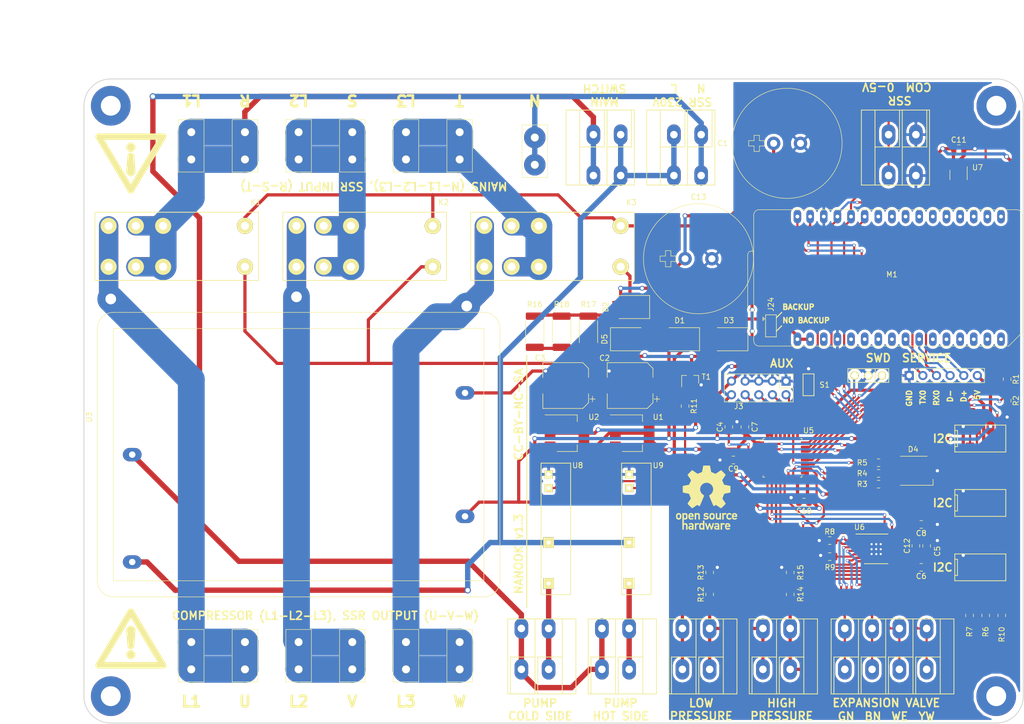
<source format=kicad_pcb>
(kicad_pcb (version 20171130) (host pcbnew 5.0.2-bee76a0~70~ubuntu16.04.1)
  (layers (0 F.Cu signal) (31 B.Cu signal) (34 B.Paste user) (35 F.Paste user) (36 B.SilkS user) (37 F.SilkS user) (38 B.Mask user) (39 F.Mask user) (44 Edge.Cuts user))
  (net 0 "")
  (net 1 /5V_BACKUP)
  (net 2 GND)
  (net 3 /3V3_BACKUP)
  (net 4 +3V3)
  (net 5 "Net-(C4-Pad1)")
  (net 6 "Net-(C6-Pad2)")
  (net 7 "Net-(C8-Pad2)")
  (net 8 /COMP_5V)
  (net 9 +5V)
  (net 10 /MAINS_L1)
  (net 11 /MAINS_N)
  (net 12 /MAINS_L2)
  (net 13 /MAINS_L3)
  (net 14 "Net-(J3-Pad6)")
  (net 15 "Net-(J3-Pad8)")
  (net 16 "Net-(J4-Pad1)")
  (net 17 "Net-(J4-Pad2)")
  (net 18 "Net-(J4-Pad4)")
  (net 19 "Net-(J4-Pad3)")
  (net 20 "Net-(J5-Pad2)")
  (net 21 "Net-(J6-Pad2)")
  (net 22 "Net-(J7-Pad2)")
  (net 23 /COMP_L1)
  (net 24 /COMP_L2)
  (net 25 /COMP_L3)
  (net 26 /PWR_OK)
  (net 27 "Net-(R3-Pad1)")
  (net 28 "Net-(R4-Pad1)")
  (net 29 "Net-(R5-Pad1)")
  (net 30 /SDA)
  (net 31 /SCL)
  (net 32 "Net-(R8-Pad2)")
  (net 33 "Net-(R9-Pad2)")
  (net 34 /ALERT)
  (net 35 "Net-(R11-Pad1)")
  (net 36 /COMP_RELAY)
  (net 37 /LPS)
  (net 38 /HPS)
  (net 39 "Net-(S1-Pad1)")
  (net 40 /PUMP_COLD_SIDE)
  (net 41 /PUMP_HOT_SIDE)
  (net 42 /E2V_A1)
  (net 43 /E2V_A2)
  (net 44 /E2V_B1)
  (net 45 /E2V_B2)
  (net 46 /E2V_NSLEEP)
  (net 47 /E2V_NFAULT)
  (net 48 /SWDIO)
  (net 49 /SWCLK)
  (net 50 "Net-(D4-Pad4)")
  (net 51 "Net-(D4-Pad5)")
  (net 52 "Net-(D4-Pad6)")
  (net 53 "Net-(J3-Pad2)")
  (net 54 "Net-(J3-Pad4)")
  (net 55 /SWITCHED_L)
  (net 56 /TX0)
  (net 57 /RX0)
  (net 58 /USB-DM)
  (net 59 /USB-DP)
  (net 60 /BACKUP_C)
  (net 61 /COMP_RELAY_PWR)
  (net 62 /COMP_RAMP)
  (net 63 "Net-(D5-Pad1)")
  (net 64 "Net-(J24-Pad2)")
  (net 65 "Net-(M1-Pad23)")
  (net 66 "Net-(M1-Pad24)")
  (net 67 "Net-(M1-Pad25)")
  (net 68 "Net-(M1-Pad26)")
  (net 69 "Net-(M1-Pad27)")
  (net 70 "Net-(M1-Pad28)")
  (net 71 "Net-(M1-Pad29)")
  (net 72 "Net-(M1-Pad30)")
  (net 73 "Net-(M1-Pad31)")
  (net 74 "Net-(M1-Pad32)")
  (net 75 "Net-(M1-Pad14)")
  (net 76 "Net-(M1-Pad12)")
  (net 77 "Net-(M1-Pad11)")
  (net 78 "Net-(M1-Pad10)")
  (net 79 "Net-(M1-Pad9)")
  (net 80 "Net-(M1-Pad6)")
  (net 81 "Net-(M1-Pad5)")
  (net 82 "Net-(M1-Pad4)")
  (net 83 "Net-(M1-Pad3)")
  (net 84 "Net-(M1-Pad2)")
  (net 85 "Net-(M1-Pad1)")
  (net 86 "Net-(U7-Pad6)")
  (module Package_TO_SOT_SMD:SOT-223-3_TabPin2 (layer F.Cu) (at 187.15 186)
    (fp_text reference U1 (at 4.85 -3) (layer F.SilkS))
    (fp_text value NCP1117-3.3_SOT223)
    (pad 1 smd rect (at -3.15 -2.3) (size 2 1.5) (layers F.Cu F.Paste F.Mask) (net 2 GND))
    (pad 3 smd rect (at -3.15 2.3) (size 2 1.5) (layers F.Cu F.Paste F.Mask) (net 1 /5V_BACKUP))
    (pad 2 smd rect (at -3.15 0) (size 2 1.5) (layers F.Cu F.Paste F.Mask) (net 3 /3V3_BACKUP))
    (pad 2 smd rect (at 3.15 0) (size 2 3.8) (layers F.Cu F.Paste F.Mask) (net 3 /3V3_BACKUP))
  )
  (module Package_TO_SOT_SMD:SOT-223-3_TabPin2 (layer F.Cu) (at 175 186)
    (fp_text reference U2 (at 5 -3) (layer F.SilkS))
    (fp_text value NCP1117-3.3_SOT223)
    (pad 1 smd rect (at -3.15 -2.3) (size 2 1.5) (layers F.Cu F.Paste F.Mask) (net 2 GND))
    (pad 3 smd rect (at -3.15 2.3) (size 2 1.5) (layers F.Cu F.Paste F.Mask) (net 9 +5V))
    (pad 2 smd rect (at -3.15 0) (size 2 1.5) (layers F.Cu F.Paste F.Mask) (net 4 +3V3))
    (pad 2 smd rect (at 3.15 0) (size 2 3.8) (layers F.Cu F.Paste F.Mask) (net 4 +3V3))
  )
  (module Capacitor_SMD:CP_Elec_8x10 (layer F.Cu) (at 186.754098 177.128234 180)
    (fp_text reference C2 (at 4.754098 5.128234 180) (layer F.SilkS))
    (fp_text value 1m)
    (pad 2 smd roundrect (at 3.25 0 180) (size 3.5 2.5) (layers F.Cu F.Paste F.Mask) (roundrect_rratio 0.1) (net 2 GND))
    (pad 1 smd roundrect (at -3.25 0 180) (size 3.5 2.5) (layers F.Cu F.Paste F.Mask) (roundrect_rratio 0.1) (net 3 /3V3_BACKUP))
  )
  (module Capacitor_SMD:CP_Elec_8x10 (layer F.Cu) (at 174.754098 177.128234 180)
    (fp_text reference C3 (at 4.754098 5.128234 180) (layer F.SilkS))
    (fp_text value 1m)
    (pad 2 smd roundrect (at 3.25 0 180) (size 3.5 2.5) (layers F.Cu F.Paste F.Mask) (roundrect_rratio 0.1) (net 2 GND))
    (pad 1 smd roundrect (at -3.25 0 180) (size 3.5 2.5) (layers F.Cu F.Paste F.Mask) (roundrect_rratio 0.1) (net 4 +3V3))
  )
  (module device.farm:RT314_Relay (layer F.Cu) (at 185 147.38 180)
    (fp_text reference K3 (at -2 4.38 180) (layer F.SilkS))
    (fp_text value RELAY_2)
    (pad 22 thru_hole circle (at 15.24 -7.62 180) (size 3 3) (drill 1.5) (layers *.Cu *.Mask F.SilkS) (net 13 /MAINS_L3))
    (pad 24 thru_hole circle (at 25.4 -7.62 180) (size 3 3) (drill 1.5) (layers *.Cu *.Mask F.SilkS) (net 25 /COMP_L3))
    (pad 21 thru_hole circle (at 20.32 -7.62 180) (size 3 3) (drill 1.5) (layers *.Cu *.Mask F.SilkS) (net 13 /MAINS_L3))
    (pad 12 thru_hole circle (at 15.24 0 180) (size 3 3) (drill 1.5) (layers *.Cu *.Mask F.SilkS) (net 13 /MAINS_L3))
    (pad 14 thru_hole circle (at 25.4 0 180) (size 3 3) (drill 1.5) (layers *.Cu *.Mask F.SilkS) (net 25 /COMP_L3))
    (pad 11 thru_hole circle (at 20.32 0 180) (size 3 3) (drill 1.5) (layers *.Cu *.Mask F.SilkS) (net 13 /MAINS_L3))
    (pad A2 thru_hole circle (at 0 -7.62 180) (size 3 3) (drill 1.5) (layers *.Cu *.Mask F.SilkS) (net 61 /COMP_RELAY_PWR))
    (pad A1 thru_hole circle (at 0 0 180) (size 3 3) (drill 1.5) (layers *.Cu *.Mask F.SilkS) (net 8 /COMP_5V))
  )
  (module device.farm:RT314_Relay (layer F.Cu) (at 115 147.38 180)
    (fp_text reference K1 (at -2 4.38 180) (layer F.SilkS))
    (fp_text value RELAY_2)
    (pad 22 thru_hole circle (at 15.24 -7.62 180) (size 3 3) (drill 1.5) (layers *.Cu *.Mask F.SilkS) (net 10 /MAINS_L1))
    (pad 24 thru_hole circle (at 25.4 -7.62 180) (size 3 3) (drill 1.5) (layers *.Cu *.Mask F.SilkS) (net 23 /COMP_L1))
    (pad 21 thru_hole circle (at 20.32 -7.62 180) (size 3 3) (drill 1.5) (layers *.Cu *.Mask F.SilkS) (net 10 /MAINS_L1))
    (pad 12 thru_hole circle (at 15.24 0 180) (size 3 3) (drill 1.5) (layers *.Cu *.Mask F.SilkS) (net 10 /MAINS_L1))
    (pad 14 thru_hole circle (at 25.4 0 180) (size 3 3) (drill 1.5) (layers *.Cu *.Mask F.SilkS) (net 23 /COMP_L1))
    (pad 11 thru_hole circle (at 20.32 0 180) (size 3 3) (drill 1.5) (layers *.Cu *.Mask F.SilkS) (net 10 /MAINS_L1))
    (pad A2 thru_hole circle (at 0 -7.62 180) (size 3 3) (drill 1.5) (layers *.Cu *.Mask F.SilkS) (net 61 /COMP_RELAY_PWR))
    (pad A1 thru_hole circle (at 0 0 180) (size 3 3) (drill 1.5) (layers *.Cu *.Mask F.SilkS) (net 8 /COMP_5V))
  )
  (module device.farm:RT314_Relay (layer F.Cu) (at 150 147.38 180)
    (fp_text reference K2 (at -2 4.38 180) (layer F.SilkS))
    (fp_text value RELAY_2)
    (pad 22 thru_hole circle (at 15.24 -7.62 180) (size 3 3) (drill 1.5) (layers *.Cu *.Mask F.SilkS) (net 12 /MAINS_L2))
    (pad 24 thru_hole circle (at 25.4 -7.62 180) (size 3 3) (drill 1.5) (layers *.Cu *.Mask F.SilkS) (net 24 /COMP_L2))
    (pad 21 thru_hole circle (at 20.32 -7.62 180) (size 3 3) (drill 1.5) (layers *.Cu *.Mask F.SilkS) (net 12 /MAINS_L2))
    (pad 12 thru_hole circle (at 15.24 0 180) (size 3 3) (drill 1.5) (layers *.Cu *.Mask F.SilkS) (net 12 /MAINS_L2))
    (pad 14 thru_hole circle (at 25.4 0 180) (size 3 3) (drill 1.5) (layers *.Cu *.Mask F.SilkS) (net 24 /COMP_L2))
    (pad 11 thru_hole circle (at 20.32 0 180) (size 3 3) (drill 1.5) (layers *.Cu *.Mask F.SilkS) (net 12 /MAINS_L2))
    (pad A2 thru_hole circle (at 0 -7.62 180) (size 3 3) (drill 1.5) (layers *.Cu *.Mask F.SilkS) (net 61 /COMP_RELAY_PWR))
    (pad A1 thru_hole circle (at 0 0 180) (size 3 3) (drill 1.5) (layers *.Cu *.Mask F.SilkS) (net 8 /COMP_5V))
  )
  (module device.farm:BCE005R5C205FS (layer F.Cu) (at 199.5 153.5 180)
    (fp_text reference C13 (at 0 11.5 180) (layer F.SilkS))
    (fp_text value 2F)
    (pad 2 thru_hole circle (at -2.5 0 180) (size 2.5 2.5) (drill 1.3) (layers *.Cu *.Mask) (net 2 GND))
    (pad 1 thru_hole circle (at 2.5 0 180) (size 2.5 2.5) (drill 1.3) (layers *.Cu *.Mask) (net 60 /BACKUP_C))
  )
  (module device.farm:BCE005R5C205FS (layer F.Cu) (at 216 132 180)
    (fp_text reference C1 (at 12 0 180) (layer F.SilkS))
    (fp_text value 2F)
    (pad 2 thru_hole circle (at -2.5 0 180) (size 2.5 2.5) (drill 1.3) (layers *.Cu *.Mask) (net 2 GND))
    (pad 1 thru_hole circle (at 2.5 0 180) (size 2.5 2.5) (drill 1.3) (layers *.Cu *.Mask) (net 60 /BACKUP_C))
  )
  (module device.farm:DG142R-2-5.08 (layer F.Cu) (at 187.54 139.778 180)
    (fp_text reference J1 hide)
    (fp_text value "Power Switch")
    (pad 2 thru_hole oval (at 7.62 9.398 180) (size 2.54 3.81) (drill 1.4) (layers *.Cu *.Mask) (net 10 /MAINS_L1))
    (pad 2 thru_hole oval (at 7.62 1.778 180) (size 2.54 3.81) (drill 1.4) (layers *.Cu *.Mask) (net 10 /MAINS_L1))
    (pad 1 thru_hole oval (at 2.54 9.398 180) (size 2.54 3.81) (drill 1.4) (layers *.Cu *.Mask) (net 55 /SWITCHED_L))
    (pad 1 thru_hole oval (at 2.54 1.778 180) (size 2.54 3.81) (drill 1.4) (layers *.Cu *.Mask) (net 55 /SWITCHED_L))
  )
  (module device.farm:DG142R-4-5.08 (layer F.Cu) (at 224.22 220.602)
    (fp_text reference J4 hide)
    (fp_text value E2V)
    (pad 4 thru_hole oval (at 17.78 9.398) (size 2.54 3.81) (drill 1.4) (layers *.Cu *.Mask) (net 18 "Net-(J4-Pad4)"))
    (pad 3 thru_hole oval (at 12.7 9.398) (size 2.54 3.81) (drill 1.4) (layers *.Cu *.Mask) (net 19 "Net-(J4-Pad3)"))
    (pad 3 thru_hole oval (at 12.7 1.778) (size 2.54 3.81) (drill 1.4) (layers *.Cu *.Mask) (net 19 "Net-(J4-Pad3)"))
    (pad 4 thru_hole oval (at 17.78 1.778) (size 2.54 3.81) (drill 1.4) (layers *.Cu *.Mask) (net 18 "Net-(J4-Pad4)"))
    (pad 2 thru_hole oval (at 7.62 9.398) (size 2.54 3.81) (drill 1.4) (layers *.Cu *.Mask) (net 17 "Net-(J4-Pad2)"))
    (pad 2 thru_hole oval (at 7.62 1.778) (size 2.54 3.81) (drill 1.4) (layers *.Cu *.Mask) (net 17 "Net-(J4-Pad2)"))
    (pad 1 thru_hole oval (at 2.54 9.398) (size 2.54 3.81) (drill 1.4) (layers *.Cu *.Mask) (net 16 "Net-(J4-Pad1)"))
    (pad 1 thru_hole oval (at 2.54 1.778) (size 2.54 3.81) (drill 1.4) (layers *.Cu *.Mask) (net 16 "Net-(J4-Pad1)"))
  )
  (module device.farm:DG142R-2-5.08 (layer F.Cu) (at 193.96 220.602)
    (fp_text reference J5 hide)
    (fp_text value LPS)
    (pad 2 thru_hole oval (at 7.62 9.398) (size 2.54 3.81) (drill 1.4) (layers *.Cu *.Mask) (net 20 "Net-(J5-Pad2)"))
    (pad 2 thru_hole oval (at 7.62 1.778) (size 2.54 3.81) (drill 1.4) (layers *.Cu *.Mask) (net 20 "Net-(J5-Pad2)"))
    (pad 1 thru_hole oval (at 2.54 9.398) (size 2.54 3.81) (drill 1.4) (layers *.Cu *.Mask) (net 9 +5V))
    (pad 1 thru_hole oval (at 2.54 1.778) (size 2.54 3.81) (drill 1.4) (layers *.Cu *.Mask) (net 9 +5V))
  )
  (module device.farm:DG142R-2-5.08 (layer F.Cu) (at 163.96 220.602)
    (fp_text reference J6 hide)
    (fp_text value "Pump Cold Side")
    (pad 2 thru_hole oval (at 7.62 9.398) (size 2.54 3.81) (drill 1.4) (layers *.Cu *.Mask) (net 21 "Net-(J6-Pad2)"))
    (pad 2 thru_hole oval (at 7.62 1.778) (size 2.54 3.81) (drill 1.4) (layers *.Cu *.Mask) (net 21 "Net-(J6-Pad2)"))
    (pad 1 thru_hole oval (at 2.54 9.398) (size 2.54 3.81) (drill 1.4) (layers *.Cu *.Mask) (net 11 /MAINS_N))
    (pad 1 thru_hole oval (at 2.54 1.778) (size 2.54 3.81) (drill 1.4) (layers *.Cu *.Mask) (net 11 /MAINS_N))
  )
  (module device.farm:DG142R-2-5.08 (layer F.Cu) (at 178.96 220.602)
    (fp_text reference J7 hide)
    (fp_text value "Pump Hot Side")
    (pad 2 thru_hole oval (at 7.62 9.398) (size 2.54 3.81) (drill 1.4) (layers *.Cu *.Mask) (net 22 "Net-(J7-Pad2)"))
    (pad 2 thru_hole oval (at 7.62 1.778) (size 2.54 3.81) (drill 1.4) (layers *.Cu *.Mask) (net 22 "Net-(J7-Pad2)"))
    (pad 1 thru_hole oval (at 2.54 9.398) (size 2.54 3.81) (drill 1.4) (layers *.Cu *.Mask) (net 11 /MAINS_N))
    (pad 1 thru_hole oval (at 2.54 1.778) (size 2.54 3.81) (drill 1.4) (layers *.Cu *.Mask) (net 11 /MAINS_N))
  )
  (module device.farm:DG142R-2-5.08 (layer F.Cu) (at 208.96 220.602)
    (fp_text reference J8 hide)
    (fp_text value HPS)
    (pad 2 thru_hole oval (at 7.62 9.398) (size 2.54 3.81) (drill 1.4) (layers *.Cu *.Mask) (net 8 /COMP_5V))
    (pad 2 thru_hole oval (at 7.62 1.778) (size 2.54 3.81) (drill 1.4) (layers *.Cu *.Mask) (net 8 /COMP_5V))
    (pad 1 thru_hole oval (at 2.54 9.398) (size 2.54 3.81) (drill 1.4) (layers *.Cu *.Mask) (net 20 "Net-(J5-Pad2)"))
    (pad 1 thru_hole oval (at 2.54 1.778) (size 2.54 3.81) (drill 1.4) (layers *.Cu *.Mask) (net 20 "Net-(J5-Pad2)"))
  )
  (module device.farm:SB2P (layer F.Cu) (at 220 176.984 90)
    (fp_text reference S1 (at -0.016 3 180) (layer F.SilkS))
    (fp_text value SB2P)
    (pad 2 smd rect (at 1.016 0 90) (size 1.524 1.524) (layers F.Cu F.Paste F.Mask) (net 2 GND))
    (pad 1 smd rect (at -1.016 0 90) (size 1.524 1.524) (layers F.Cu F.Paste F.Mask) (net 39 "Net-(S1-Pad1)"))
  )
  (module device.farm:Mean-Well-PM-15-5 (layer F.Cu) (at 125 190 270)
    (fp_text reference U3 (at -7 39 270) (layer F.SilkS))
    (fp_text value "Mean Well PM-15-5")
    (pad 2 thru_hole oval (at 0 31 270) (size 2.5 3.5) (drill 1.2) (layers *.Cu *.Mask) (net 11 /MAINS_N))
    (pad 1 thru_hole oval (at 20 31 270) (size 2.5 3.5) (drill 1.2) (layers *.Cu *.Mask) (net 55 /SWITCHED_L))
    (pad 3 thru_hole oval (at -11.5 -31 270) (size 2.5 3.5) (drill 1.2) (layers *.Cu *.Mask) (net 2 GND))
    (pad 4 thru_hole oval (at 11.5 -31 270) (size 2.5 3.5) (drill 1.2) (layers *.Cu *.Mask) (net 9 +5V))
  )
  (module device.farm:G3MB-SSR (layer F.Cu) (at 171.58 203.84 270)
    (fp_text reference U8 (at -11.84 -5.42) (layer F.SilkS))
    (fp_text value G3MB-5V-SSR)
    (pad 1 thru_hole rect (at 10.16 0 270) (size 2 2) (drill 0.8) (layers *.Cu *.Mask F.SilkS) (net 21 "Net-(J6-Pad2)"))
    (pad 2 thru_hole rect (at 2.54 0 270) (size 2 2) (drill 0.8) (layers *.Cu *.Mask F.SilkS) (net 55 /SWITCHED_L))
    (pad 3 thru_hole rect (at -7.62 0 270) (size 1.5 1.5) (drill 0.8) (layers *.Cu *.Mask F.SilkS) (net 40 /PUMP_COLD_SIDE))
    (pad 4 thru_hole rect (at -10.16 0 270) (size 1.5 1.5) (drill 0.8) (layers *.Cu *.Mask F.SilkS) (net 2 GND))
  )
  (module device.farm:G3MB-SSR (layer F.Cu) (at 186.58 203.84 270)
    (fp_text reference U9 (at -11.84 -5.42) (layer F.SilkS))
    (fp_text value G3MB-5V-SSR)
    (pad 1 thru_hole rect (at 10.16 0 270) (size 2 2) (drill 0.8) (layers *.Cu *.Mask F.SilkS) (net 22 "Net-(J7-Pad2)"))
    (pad 2 thru_hole rect (at 2.54 0 270) (size 2 2) (drill 0.8) (layers *.Cu *.Mask F.SilkS) (net 55 /SWITCHED_L))
    (pad 3 thru_hole rect (at -7.62 0 270) (size 1.5 1.5) (drill 0.8) (layers *.Cu *.Mask F.SilkS) (net 41 /PUMP_HOT_SIDE))
    (pad 4 thru_hole rect (at -10.16 0 270) (size 1.5 1.5) (drill 0.8) (layers *.Cu *.Mask F.SilkS) (net 2 GND))
  )
  (module device.farm:SWD (layer F.Cu) (at 231.14 175.26 180)
    (fp_text reference X1 hide)
    (fp_text value SWD)
    (pad 3 thru_hole circle (at 2.54 0 180) (size 1.524 1.524) (drill 1.016) (layers *.Cu *.Mask F.SilkS) (net 49 /SWCLK))
    (pad 2 thru_hole circle (at 0 0 180) (size 1.524 1.524) (drill 1.016) (layers *.Cu *.Mask F.SilkS) (net 2 GND))
    (pad 1 thru_hole circle (at -2.54 0 180) (size 1.524 1.524) (drill 1.016) (layers *.Cu *.Mask F.SilkS) (net 48 /SWDIO))
  )
  (module device.farm:Micro-Match-FOB-6 (layer F.Cu) (at 252 211)
    (fp_text reference X2 hide)
    (fp_text value "I2C Cold Side")
    (pad 6 smd rect (at 3.175 2.25) (size 1.5 3) (layers F.Cu F.Paste F.Mask) (net 34 /ALERT))
    (pad 5 smd rect (at 1.905 -2.25) (size 1.5 3) (layers F.Cu F.Paste F.Mask) (net 9 +5V))
    (pad 4 smd rect (at 0.635 2.25) (size 1.5 3) (layers F.Cu F.Paste F.Mask) (net 4 +3V3))
    (pad 3 smd rect (at -0.635 -2.25) (size 1.5 3) (layers F.Cu F.Paste F.Mask) (net 30 /SDA))
    (pad 2 smd rect (at -1.905 2.25) (size 1.5 3) (layers F.Cu F.Paste F.Mask) (net 31 /SCL))
    (pad 1 smd rect (at -3.175 -2.25) (size 1.5 3) (layers F.Cu F.Paste F.Mask) (net 2 GND))
  )
  (module device.farm:Micro-Match-FOB-6 (layer F.Cu) (at 252 199)
    (fp_text reference X3 hide)
    (fp_text value "I2C Hot Side")
    (pad 6 smd rect (at 3.175 2.25) (size 1.5 3) (layers F.Cu F.Paste F.Mask) (net 34 /ALERT))
    (pad 5 smd rect (at 1.905 -2.25) (size 1.5 3) (layers F.Cu F.Paste F.Mask) (net 9 +5V))
    (pad 4 smd rect (at 0.635 2.25) (size 1.5 3) (layers F.Cu F.Paste F.Mask) (net 4 +3V3))
    (pad 3 smd rect (at -0.635 -2.25) (size 1.5 3) (layers F.Cu F.Paste F.Mask) (net 30 /SDA))
    (pad 2 smd rect (at -1.905 2.25) (size 1.5 3) (layers F.Cu F.Paste F.Mask) (net 31 /SCL))
    (pad 1 smd rect (at -3.175 -2.25) (size 1.5 3) (layers F.Cu F.Paste F.Mask) (net 2 GND))
  )
  (module device.farm:Micro-Match-FOB-6 (layer F.Cu) (at 252 187)
    (fp_text reference X4 hide)
    (fp_text value "I2C Aux")
    (pad 6 smd rect (at 3.175 2.25) (size 1.5 3) (layers F.Cu F.Paste F.Mask) (net 34 /ALERT))
    (pad 5 smd rect (at 1.905 -2.25) (size 1.5 3) (layers F.Cu F.Paste F.Mask) (net 9 +5V))
    (pad 4 smd rect (at 0.635 2.25) (size 1.5 3) (layers F.Cu F.Paste F.Mask) (net 4 +3V3))
    (pad 3 smd rect (at -0.635 -2.25) (size 1.5 3) (layers F.Cu F.Paste F.Mask) (net 30 /SDA))
    (pad 2 smd rect (at -1.905 2.25) (size 1.5 3) (layers F.Cu F.Paste F.Mask) (net 31 /SCL))
    (pad 1 smd rect (at -3.175 -2.25) (size 1.5 3) (layers F.Cu F.Paste F.Mask) (net 2 GND))
  )
  (module device.farm:LED_RGB_5050-6 (layer F.Cu) (at 239.6 193 180)
    (fp_text reference D4 (at 0.1 4 180) (layer F.SilkS))
    (fp_text value LED_RGB)
    (pad 6 smd rect (at 2.4 -1.7 270) (size 1.1 2) (layers F.Cu F.Paste F.Mask) (net 52 "Net-(D4-Pad6)"))
    (pad 5 smd rect (at 2.4 0 270) (size 1.1 2) (layers F.Cu F.Paste F.Mask) (net 51 "Net-(D4-Pad5)"))
    (pad 4 smd rect (at 2.4 1.7 270) (size 1.1 2) (layers F.Cu F.Paste F.Mask) (net 50 "Net-(D4-Pad4)"))
    (pad 3 smd rect (at -2.4 1.7 270) (size 1.1 2) (layers F.Cu F.Paste F.Mask) (net 2 GND))
    (pad 2 smd rect (at -2.4 0 270) (size 1.1 2) (layers F.Cu F.Paste F.Mask) (net 2 GND))
    (pad 1 smd rect (at -2.4 -1.7 270) (size 1.1 2) (layers F.Cu F.Paste F.Mask) (net 2 GND))
  )
  (module device.farm:TSSOP-16_4.4x5mm_Pitch0.65mm-EP (layer F.Cu) (at 232.6 207.6)
    (fp_text reference U6 (at -3.1 -4.1) (layer F.SilkS))
    (fp_text value DRV8833)
    (pad 17 smd rect (at 0 0) (size 2.31 2.46) (layers F.Cu F.Paste F.Mask) (net 2 GND))
    (pad 16 smd rect (at 2.95 -2.275) (size 1.5 0.45) (layers F.Cu F.Paste F.Mask) (net 42 /E2V_A1))
    (pad 15 smd rect (at 2.95 -1.625) (size 1.5 0.45) (layers F.Cu F.Paste F.Mask) (net 43 /E2V_A2))
    (pad 14 smd rect (at 2.95 -0.975) (size 1.5 0.45) (layers F.Cu F.Paste F.Mask) (net 7 "Net-(C8-Pad2)"))
    (pad 13 smd rect (at 2.95 -0.325) (size 1.5 0.45) (layers F.Cu F.Paste F.Mask) (net 2 GND))
    (pad 12 smd rect (at 2.95 0.325) (size 1.5 0.45) (layers F.Cu F.Paste F.Mask) (net 1 /5V_BACKUP))
    (pad 11 smd rect (at 2.95 0.975) (size 1.5 0.45) (layers F.Cu F.Paste F.Mask) (net 6 "Net-(C6-Pad2)"))
    (pad 10 smd rect (at 2.95 1.625) (size 1.5 0.45) (layers F.Cu F.Paste F.Mask) (net 45 /E2V_B2))
    (pad 9 smd rect (at 2.95 2.275) (size 1.5 0.45) (layers F.Cu F.Paste F.Mask) (net 44 /E2V_B1))
    (pad 8 smd rect (at -2.95 2.275) (size 1.5 0.45) (layers F.Cu F.Paste F.Mask) (net 47 /E2V_NFAULT))
    (pad 7 smd rect (at -2.95 1.625) (size 1.5 0.45) (layers F.Cu F.Paste F.Mask) (net 19 "Net-(J4-Pad3)"))
    (pad 6 smd rect (at -2.95 0.975) (size 1.5 0.45) (layers F.Cu F.Paste F.Mask) (net 33 "Net-(R9-Pad2)"))
    (pad 5 smd rect (at -2.95 0.325) (size 1.5 0.45) (layers F.Cu F.Paste F.Mask) (net 18 "Net-(J4-Pad4)"))
    (pad 4 smd rect (at -2.95 -0.325) (size 1.5 0.45) (layers F.Cu F.Paste F.Mask) (net 17 "Net-(J4-Pad2)"))
    (pad 3 smd rect (at -2.95 -0.975) (size 1.5 0.45) (layers F.Cu F.Paste F.Mask) (net 32 "Net-(R8-Pad2)"))
    (pad 2 smd rect (at -2.95 -1.625) (size 1.5 0.45) (layers F.Cu F.Paste F.Mask) (net 16 "Net-(J4-Pad1)"))
    (pad 1 smd rect (at -2.95 -2.275) (size 1.5 0.45) (layers F.Cu F.Paste F.Mask) (net 46 /E2V_NSLEEP))
  )
  (module device.farm:DG142R-2-5.08 (layer F.Cu) (at 202.54 139.778 180)
    (fp_text reference J13 hide)
    (fp_text value "SSR 220")
    (pad 2 thru_hole oval (at 7.62 9.398 180) (size 2.54 3.81) (drill 1.4) (layers *.Cu *.Mask) (net 55 /SWITCHED_L))
    (pad 2 thru_hole oval (at 7.62 1.778 180) (size 2.54 3.81) (drill 1.4) (layers *.Cu *.Mask) (net 55 /SWITCHED_L))
    (pad 1 thru_hole oval (at 2.54 9.398 180) (size 2.54 3.81) (drill 1.4) (layers *.Cu *.Mask) (net 11 /MAINS_N))
    (pad 1 thru_hole oval (at 2.54 1.778 180) (size 2.54 3.81) (drill 1.4) (layers *.Cu *.Mask) (net 11 /MAINS_N))
  )
  (module device.farm:DG142R-2-5.08 (layer F.Cu) (at 242.54 139.778 180)
    (fp_text reference J14 hide)
    (fp_text value "SSR 0-5V")
    (pad 2 thru_hole oval (at 7.62 9.398 180) (size 2.54 3.81) (drill 1.4) (layers *.Cu *.Mask) (net 62 /COMP_RAMP))
    (pad 2 thru_hole oval (at 7.62 1.778 180) (size 2.54 3.81) (drill 1.4) (layers *.Cu *.Mask) (net 62 /COMP_RAMP))
    (pad 1 thru_hole oval (at 2.54 9.398 180) (size 2.54 3.81) (drill 1.4) (layers *.Cu *.Mask) (net 2 GND))
    (pad 1 thru_hole oval (at 2.54 1.778 180) (size 2.54 3.81) (drill 1.4) (layers *.Cu *.Mask) (net 2 GND))
  )
  (module device.farm:Tab-6.3 (layer F.Cu) (at 115 227.46 90)
    (fp_text reference J15 hide)
    (fp_text value "Compressor L1")
    (pad 1 thru_hole circle (at 2.54 0 90) (size 4 4) (drill 1.4) (layers *.Cu *.Mask) (net 23 /COMP_L1))
    (pad 1 thru_hole circle (at -2.54 0 90) (size 4 4) (drill 1.4) (layers *.Cu *.Mask) (net 23 /COMP_L1))
  )
  (module device.farm:Tab-6.3 (layer F.Cu) (at 135 227.46 90)
    (fp_text reference J16 hide)
    (fp_text value "Compressor L2")
    (pad 1 thru_hole circle (at 2.54 0 90) (size 4 4) (drill 1.4) (layers *.Cu *.Mask) (net 24 /COMP_L2))
    (pad 1 thru_hole circle (at -2.54 0 90) (size 4 4) (drill 1.4) (layers *.Cu *.Mask) (net 24 /COMP_L2))
  )
  (module device.farm:Tab-6.3 (layer F.Cu) (at 155 227.46 90)
    (fp_text reference J17 hide)
    (fp_text value "Compressor L3")
    (pad 1 thru_hole circle (at 2.54 0 90) (size 4 4) (drill 1.4) (layers *.Cu *.Mask) (net 25 /COMP_L3))
    (pad 1 thru_hole circle (at -2.54 0 90) (size 4 4) (drill 1.4) (layers *.Cu *.Mask) (net 25 /COMP_L3))
  )
  (module device.farm:Tab-6.3 (layer F.Cu) (at 105 227.46 90)
    (fp_text reference J18 hide)
    (fp_text value "SSR Output L1")
    (pad 1 thru_hole circle (at 2.54 0 90) (size 4 4) (drill 1.4) (layers *.Cu *.Mask) (net 23 /COMP_L1))
    (pad 1 thru_hole circle (at -2.54 0 90) (size 4 4) (drill 1.4) (layers *.Cu *.Mask) (net 23 /COMP_L1))
  )
  (module device.farm:Tab-6.3 (layer F.Cu) (at 125 227.46 90)
    (fp_text reference J19 hide)
    (fp_text value "SSR Output L2")
    (pad 1 thru_hole circle (at 2.54 0 90) (size 4 4) (drill 1.4) (layers *.Cu *.Mask) (net 24 /COMP_L2))
    (pad 1 thru_hole circle (at -2.54 0 90) (size 4 4) (drill 1.4) (layers *.Cu *.Mask) (net 24 /COMP_L2))
  )
  (module device.farm:Tab-6.3 (layer F.Cu) (at 145 227.46 90)
    (fp_text reference J20 hide)
    (fp_text value "SSR Output L3")
    (pad 1 thru_hole circle (at 2.54 0 90) (size 4 4) (drill 1.4) (layers *.Cu *.Mask) (net 25 /COMP_L3))
    (pad 1 thru_hole circle (at -2.54 0 90) (size 4 4) (drill 1.4) (layers *.Cu *.Mask) (net 25 /COMP_L3))
  )
  (module device.farm:Tab-6.3 (layer F.Cu) (at 105 132.46 90)
    (fp_text reference J21 hide)
    (fp_text value "SSR Input L1")
    (pad 1 thru_hole circle (at 2.54 0 90) (size 4 4) (drill 1.4) (layers *.Cu *.Mask) (net 10 /MAINS_L1))
    (pad 1 thru_hole circle (at -2.54 0 90) (size 4 4) (drill 1.4) (layers *.Cu *.Mask) (net 10 /MAINS_L1))
  )
  (module device.farm:Tab-6.3 (layer F.Cu) (at 125 132.46 90)
    (fp_text reference J22 hide)
    (fp_text value "SSR Input L2")
    (pad 1 thru_hole circle (at 2.54 0 90) (size 4 4) (drill 1.4) (layers *.Cu *.Mask) (net 12 /MAINS_L2))
    (pad 1 thru_hole circle (at -2.54 0 90) (size 4 4) (drill 1.4) (layers *.Cu *.Mask) (net 12 /MAINS_L2))
  )
  (module device.farm:Tab-6.3 (layer F.Cu) (at 145 132.46 90)
    (fp_text reference J23 hide)
    (fp_text value "SSR Input L3")
    (pad 1 thru_hole circle (at 2.54 0 90) (size 4 4) (drill 1.4) (layers *.Cu *.Mask) (net 13 /MAINS_L3))
    (pad 1 thru_hole circle (at -2.54 0 90) (size 4 4) (drill 1.4) (layers *.Cu *.Mask) (net 13 /MAINS_L3))
  )
  (module device.farm:Tab-6.3 (layer F.Cu) (at 115 132.46 90)
    (fp_text reference J2 hide)
    (fp_text value "Mains L1")
    (pad 1 thru_hole circle (at 2.54 0 90) (size 4 4) (drill 1.4) (layers *.Cu *.Mask) (net 10 /MAINS_L1))
    (pad 1 thru_hole circle (at -2.54 0 90) (size 4 4) (drill 1.4) (layers *.Cu *.Mask) (net 10 /MAINS_L1))
  )
  (module device.farm:Tab-6.3 (layer F.Cu) (at 135 132.46 90)
    (fp_text reference J9 hide)
    (fp_text value "Mains L2")
    (pad 1 thru_hole circle (at 2.54 0 90) (size 4 4) (drill 1.4) (layers *.Cu *.Mask) (net 12 /MAINS_L2))
    (pad 1 thru_hole circle (at -2.54 0 90) (size 4 4) (drill 1.4) (layers *.Cu *.Mask) (net 12 /MAINS_L2))
  )
  (module device.farm:Tab-6.3 (layer F.Cu) (at 155 132.46 90)
    (fp_text reference J11 hide)
    (fp_text value "Mains L3")
    (pad 1 thru_hole circle (at 2.54 0 90) (size 4 4) (drill 1.4) (layers *.Cu *.Mask) (net 13 /MAINS_L3))
    (pad 1 thru_hole circle (at -2.54 0 90) (size 4 4) (drill 1.4) (layers *.Cu *.Mask) (net 13 /MAINS_L3))
  )
  (module device.farm:Tab-6.3 (layer F.Cu) (at 169 133.46 270)
    (fp_text reference J12 hide)
    (fp_text value "Mains N")
    (pad 1 thru_hole circle (at 2.54 0 270) (size 4 4) (drill 1.4) (layers *.Cu *.Mask) (net 11 /MAINS_N))
    (pad 1 thru_hole circle (at -2.54 0 270) (size 4 4) (drill 1.4) (layers *.Cu *.Mask) (net 11 /MAINS_N))
  )
  (module device.farm:NanoPi-Duo (layer F.Cu) (at 235.54 156.430248)
    (fp_text reference M1 (at 0 0) (layer F.SilkS))
    (fp_text value NanoPi-Duo)
    (pad 1 thru_hole oval (at 20.32 12.069752) (size 1.4 2.54) (drill 0.7) (layers *.Cu *.Mask) (net 85 "Net-(M1-Pad1)"))
    (pad 2 thru_hole oval (at 17.78 12.069752) (size 1.4 2.54) (drill 0.7) (layers *.Cu *.Mask) (net 84 "Net-(M1-Pad2)"))
    (pad 3 thru_hole oval (at 15.24 12.069752) (size 1.4 2.54) (drill 0.7) (layers *.Cu *.Mask) (net 83 "Net-(M1-Pad3)"))
    (pad 4 thru_hole oval (at 12.7 12.069752) (size 1.4 2.54) (drill 0.7) (layers *.Cu *.Mask) (net 82 "Net-(M1-Pad4)"))
    (pad 5 thru_hole oval (at 10.16 12.069752) (size 1.4 2.54) (drill 0.7) (layers *.Cu *.Mask) (net 81 "Net-(M1-Pad5)"))
    (pad 6 thru_hole oval (at 7.62 12.069752) (size 1.4 2.54) (drill 0.7) (layers *.Cu *.Mask) (net 80 "Net-(M1-Pad6)"))
    (pad 7 thru_hole oval (at 5.08 12.069752) (size 1.4 2.54) (drill 0.7) (layers *.Cu *.Mask) (net 59 /USB-DP))
    (pad 8 thru_hole oval (at 2.54 12.069752) (size 1.4 2.54) (drill 0.7) (layers *.Cu *.Mask) (net 58 /USB-DM))
    (pad 9 thru_hole oval (at 0 12.069752) (size 1.4 2.54) (drill 0.7) (layers *.Cu *.Mask) (net 79 "Net-(M1-Pad9)"))
    (pad 10 thru_hole oval (at -2.54 12.069752) (size 1.4 2.54) (drill 0.7) (layers *.Cu *.Mask) (net 78 "Net-(M1-Pad10)"))
    (pad 11 thru_hole oval (at -5.08 12.069752) (size 1.4 2.54) (drill 0.7) (layers *.Cu *.Mask) (net 77 "Net-(M1-Pad11)"))
    (pad 12 thru_hole oval (at -7.62 12.069752) (size 1.4 2.54) (drill 0.7) (layers *.Cu *.Mask) (net 76 "Net-(M1-Pad12)"))
    (pad 13 thru_hole oval (at -10.16 12.069752) (size 1.4 2.54) (drill 0.7) (layers *.Cu *.Mask) (net 2 GND))
    (pad 14 thru_hole oval (at -12.7 12.069752) (size 1.4 2.54) (drill 0.7) (layers *.Cu *.Mask) (net 75 "Net-(M1-Pad14)"))
    (pad 15 thru_hole oval (at -15.24 12.069752) (size 1.4 2.54) (drill 0.7) (layers *.Cu *.Mask) (net 64 "Net-(J24-Pad2)"))
    (pad 16 thru_hole oval (at -17.612088 12.069752) (size 1.4 2.54) (drill 0.7) (layers *.Cu *.Mask) (net 64 "Net-(J24-Pad2)"))
    (pad 32 thru_hole oval (at 20.32 -10.790248) (size 1.4 2.54) (drill 0.7) (layers *.Cu *.Mask) (net 74 "Net-(M1-Pad32)"))
    (pad 31 thru_hole oval (at 17.78 -10.790248) (size 1.4 2.54) (drill 0.7) (layers *.Cu *.Mask) (net 73 "Net-(M1-Pad31)"))
    (pad 30 thru_hole oval (at 15.24 -10.790248) (size 1.4 2.54) (drill 0.7) (layers *.Cu *.Mask) (net 72 "Net-(M1-Pad30)"))
    (pad 29 thru_hole oval (at 12.7 -10.790248) (size 1.4 2.54) (drill 0.7) (layers *.Cu *.Mask) (net 71 "Net-(M1-Pad29)"))
    (pad 28 thru_hole oval (at 10.16 -10.790248) (size 1.4 2.54) (drill 0.7) (layers *.Cu *.Mask) (net 70 "Net-(M1-Pad28)"))
    (pad 27 thru_hole oval (at 7.62 -10.790248) (size 1.4 2.54) (drill 0.7) (layers *.Cu *.Mask) (net 69 "Net-(M1-Pad27)"))
    (pad 26 thru_hole oval (at 5.08 -10.790248) (size 1.4 2.54) (drill 0.7) (layers *.Cu *.Mask) (net 68 "Net-(M1-Pad26)"))
    (pad 25 thru_hole oval (at 2.54 -10.790248) (size 1.4 2.54) (drill 0.7) (layers *.Cu *.Mask) (net 67 "Net-(M1-Pad25)"))
    (pad 24 thru_hole oval (at 0 -10.790248) (size 1.4 2.54) (drill 0.7) (layers *.Cu *.Mask) (net 66 "Net-(M1-Pad24)"))
    (pad 23 thru_hole oval (at -2.54 -10.790248) (size 1.4 2.54) (drill 0.7) (layers *.Cu *.Mask) (net 65 "Net-(M1-Pad23)"))
    (pad 22 thru_hole oval (at -5.08 -10.790248) (size 1.4 2.54) (drill 0.7) (layers *.Cu *.Mask) (net 34 /ALERT))
    (pad 21 thru_hole oval (at -7.62 -10.790248) (size 1.4 2.54) (drill 0.7) (layers *.Cu *.Mask) (net 30 /SDA))
    (pad 20 thru_hole oval (at -10.16 -10.790248) (size 1.4 2.54) (drill 0.7) (layers *.Cu *.Mask) (net 31 /SCL))
    (pad 19 thru_hole oval (at -12.7 -10.790248) (size 1.4 2.54) (drill 0.7) (layers *.Cu *.Mask) (net 2 GND))
    (pad 18 thru_hole oval (at -15.24 -10.790248) (size 1.4 2.54) (drill 0.7) (layers *.Cu *.Mask) (net 56 /TX0))
    (pad 17 thru_hole oval (at -17.612088 -10.790248) (size 1.4 2.54) (drill 0.7) (layers *.Cu *.Mask) (net 57 /RX0))
  )
  (module Capacitor_SMD:C_0805_2012Metric (layer F.Cu) (at 205.148659 184.841441 90)
    (fp_text reference C4 (at 0 -1.65 90) (layer F.SilkS))
    (fp_text value 100n)
    (pad 2 smd roundrect (at 0.9375 0 90) (size 0.975 1.4) (layers F.Cu F.Paste F.Mask) (net 2 GND))
    (pad 1 smd roundrect (at -0.9375 0 90) (size 0.975 1.4) (layers F.Cu F.Paste F.Mask) (net 5 "Net-(C4-Pad1)"))
  )
  (module Capacitor_SMD:C_0805_2012Metric (layer F.Cu) (at 242 207 270)
    (fp_text reference C5 (at 1 -2 270) (layer F.SilkS))
    (fp_text value 10u)
    (pad 2 smd roundrect (at 0.9375 0 270) (size 0.975 1.4) (layers F.Cu F.Paste F.Mask) (net 1 /5V_BACKUP))
    (pad 1 smd roundrect (at -0.9375 0 270) (size 0.975 1.4) (layers F.Cu F.Paste F.Mask) (net 2 GND))
  )
  (module Capacitor_SMD:C_0805_2012Metric (layer F.Cu) (at 241 211 180)
    (fp_text reference C6 (at 0 -1.65 180) (layer F.SilkS))
    (fp_text value 10n)
    (pad 2 smd roundrect (at 0.9375 0 180) (size 0.975 1.4) (layers F.Cu F.Paste F.Mask) (net 6 "Net-(C6-Pad2)"))
    (pad 1 smd roundrect (at -0.9375 0 180) (size 0.975 1.4) (layers F.Cu F.Paste F.Mask) (net 1 /5V_BACKUP))
  )
  (module Capacitor_SMD:C_0805_2012Metric (layer F.Cu) (at 208.148659 184.841441 90)
    (fp_text reference C7 (at 0 1.851341 90) (layer F.SilkS))
    (fp_text value 100n)
    (pad 2 smd roundrect (at 0.9375 0 90) (size 0.975 1.4) (layers F.Cu F.Paste F.Mask) (net 2 GND))
    (pad 1 smd roundrect (at -0.9375 0 90) (size 0.975 1.4) (layers F.Cu F.Paste F.Mask) (net 3 /3V3_BACKUP))
  )
  (module Capacitor_SMD:C_0805_2012Metric (layer F.Cu) (at 241 203 180)
    (fp_text reference C8 (at 0 -1.65 180) (layer F.SilkS))
    (fp_text value 2.2M)
    (pad 2 smd roundrect (at 0.9375 0 180) (size 0.975 1.4) (layers F.Cu F.Paste F.Mask) (net 7 "Net-(C8-Pad2)"))
    (pad 1 smd roundrect (at -0.9375 0 180) (size 0.975 1.4) (layers F.Cu F.Paste F.Mask) (net 2 GND))
  )
  (module Capacitor_SMD:C_0805_2012Metric (layer F.Cu) (at 206 191 180)
    (fp_text reference C9 (at 0 -1.65 180) (layer F.SilkS))
    (fp_text value 100n)
    (pad 2 smd roundrect (at 0.9375 0 180) (size 0.975 1.4) (layers F.Cu F.Paste F.Mask) (net 2 GND))
    (pad 1 smd roundrect (at -0.9375 0 180) (size 0.975 1.4) (layers F.Cu F.Paste F.Mask) (net 3 /3V3_BACKUP))
  )
  (module Capacitor_SMD:C_0805_2012Metric (layer F.Cu) (at 219.148659 198.841441 180)
    (fp_text reference C10 (at 0 -1.65 180) (layer F.SilkS))
    (fp_text value 100n)
    (pad 2 smd roundrect (at 0.9375 0 180) (size 0.975 1.4) (layers F.Cu F.Paste F.Mask) (net 2 GND))
    (pad 1 smd roundrect (at -0.9375 0 180) (size 0.975 1.4) (layers F.Cu F.Paste F.Mask) (net 3 /3V3_BACKUP))
  )
  (module Capacitor_SMD:C_0805_2012Metric (layer F.Cu) (at 248 133)
    (fp_text reference C11 (at 0 -1.65) (layer F.SilkS))
    (fp_text value 100n)
    (pad 2 smd roundrect (at 0.9375 0) (size 0.975 1.4) (layers F.Cu F.Paste F.Mask) (net 2 GND))
    (pad 1 smd roundrect (at -0.9375 0) (size 0.975 1.4) (layers F.Cu F.Paste F.Mask) (net 8 /COMP_5V))
  )
  (module Capacitor_SMD:C_0805_2012Metric (layer F.Cu) (at 240 207 90)
    (fp_text reference C12 (at 0 -1.65 90) (layer F.SilkS))
    (fp_text value 100n)
    (pad 2 smd roundrect (at 0.9375 0 90) (size 0.975 1.4) (layers F.Cu F.Paste F.Mask) (net 2 GND))
    (pad 1 smd roundrect (at -0.9375 0 90) (size 0.975 1.4) (layers F.Cu F.Paste F.Mask) (net 1 /5V_BACKUP))
  )
  (module Diode_SMD:D_SMB (layer F.Cu) (at 196.15 168.5 180)
    (fp_text reference D1 (at 0.15 3.5) (layer F.SilkS))
    (fp_text value SK22)
    (pad 2 smd rect (at 2.15 0 180) (size 2.5 2.3) (layers F.Cu F.Paste F.Mask) (net 9 +5V))
    (pad 1 smd rect (at -2.15 0 180) (size 2.5 2.3) (layers F.Cu F.Paste F.Mask) (net 1 /5V_BACKUP))
  )
  (module Diode_SMD:D_SMB (layer F.Cu) (at 186.85 162.5 180)
    (fp_text reference D2 (at 4.65 0 270) (layer F.SilkS))
    (fp_text value SK22)
    (pad 2 smd rect (at 2.15 0 180) (size 2.5 2.3) (layers F.Cu F.Paste F.Mask) (net 60 /BACKUP_C))
    (pad 1 smd rect (at -2.15 0 180) (size 2.5 2.3) (layers F.Cu F.Paste F.Mask) (net 1 /5V_BACKUP))
  )
  (module Diode_SMD:D_SMB (layer F.Cu) (at 205.15 168.5 180)
    (fp_text reference D3 (at 0 3.5 180) (layer F.SilkS))
    (fp_text value SK22)
    (pad 2 smd rect (at 2.15 0 180) (size 2.5 2.3) (layers F.Cu F.Paste F.Mask) (net 61 /COMP_RELAY_PWR))
    (pad 1 smd rect (at -2.15 0 180) (size 2.5 2.3) (layers F.Cu F.Paste F.Mask) (net 8 /COMP_5V))
  )
  (module Diode_SMD:D_SMB (layer F.Cu) (at 186.65 168.5)
    (fp_text reference D5 (at -4.65 0 90) (layer F.SilkS))
    (fp_text value SK22)
    (pad 2 smd rect (at 2.15 0) (size 2.5 2.3) (layers F.Cu F.Paste F.Mask) (net 9 +5V))
    (pad 1 smd rect (at -2.15 0) (size 2.5 2.3) (layers F.Cu F.Paste F.Mask) (net 63 "Net-(D5-Pad1)"))
  )
  (module Connector_PinHeader_2.54mm:PinHeader_2x05_P2.54mm_Vertical (layer F.Cu) (at 215.808659 176.301441 270)
    (fp_text reference J3 (at 4.698559 8.808659) (layer F.SilkS))
    (fp_text value AUX)
    (pad 10 thru_hole oval (at 2.54 10.16 270) (size 1.7 1.7) (drill 1) (layers *.Cu *.Mask) (net 9 +5V))
    (pad 9 thru_hole oval (at 0 10.16 270) (size 1.7 1.7) (drill 1) (layers *.Cu *.Mask) (net 4 +3V3))
    (pad 8 thru_hole oval (at 2.54 7.62 270) (size 1.7 1.7) (drill 1) (layers *.Cu *.Mask) (net 15 "Net-(J3-Pad8)"))
    (pad 7 thru_hole oval (at 0 7.62 270) (size 1.7 1.7) (drill 1) (layers *.Cu *.Mask) (net 2 GND))
    (pad 6 thru_hole oval (at 2.54 5.08 270) (size 1.7 1.7) (drill 1) (layers *.Cu *.Mask) (net 14 "Net-(J3-Pad6)"))
    (pad 5 thru_hole oval (at 0 5.08 270) (size 1.7 1.7) (drill 1) (layers *.Cu *.Mask) (net 2 GND))
    (pad 4 thru_hole oval (at 2.54 2.54 270) (size 1.7 1.7) (drill 1) (layers *.Cu *.Mask) (net 54 "Net-(J3-Pad4)"))
    (pad 3 thru_hole oval (at 0 2.54 270) (size 1.7 1.7) (drill 1) (layers *.Cu *.Mask) (net 2 GND))
    (pad 2 thru_hole oval (at 2.54 0 270) (size 1.7 1.7) (drill 1) (layers *.Cu *.Mask) (net 53 "Net-(J3-Pad2)"))
    (pad 1 thru_hole rect (at 0 0 270) (size 1.7 1.7) (drill 1) (layers *.Cu *.Mask) (net 2 GND))
  )
  (module Connector_PinHeader_2.54mm:PinHeader_1x06_P2.54mm_Vertical (layer F.Cu) (at 238.76 175.26 90)
    (fp_text reference J10 hide)
    (fp_text value Service)
    (pad 6 thru_hole oval (at 0 12.7 90) (size 1.7 1.7) (drill 1) (layers *.Cu *.Mask) (net 9 +5V))
    (pad 5 thru_hole oval (at 0 10.16 90) (size 1.7 1.7) (drill 1) (layers *.Cu *.Mask) (net 59 /USB-DP))
    (pad 4 thru_hole oval (at 0 7.62 90) (size 1.7 1.7) (drill 1) (layers *.Cu *.Mask) (net 58 /USB-DM))
    (pad 3 thru_hole oval (at 0 5.08 90) (size 1.7 1.7) (drill 1) (layers *.Cu *.Mask) (net 57 /RX0))
    (pad 2 thru_hole oval (at 0 2.54 90) (size 1.7 1.7) (drill 1) (layers *.Cu *.Mask) (net 56 /TX0))
    (pad 1 thru_hole rect (at 0 0 90) (size 1.7 1.7) (drill 1) (layers *.Cu *.Mask) (net 2 GND))
  )
  (module Jumper:SolderJumper-3_P1.3mm_Open_Pad1.0x1.5mm (layer F.Cu) (at 213 166 270)
    (fp_text reference J24 (at -4 0 270) (layer F.SilkS))
    (fp_text value GS3)
    (pad 1 smd rect (at -1.3 0 270) (size 1 1.5) (layers F.Cu F.Mask) (net 1 /5V_BACKUP))
    (pad 2 smd rect (at 0 0 270) (size 1 1.5) (layers F.Cu F.Mask) (net 64 "Net-(J24-Pad2)"))
    (pad 3 smd rect (at 1.3 0 270) (size 1 1.5) (layers F.Cu F.Mask) (net 9 +5V))
  )
  (module Resistor_SMD:R_0805_2012Metric (layer F.Cu) (at 257 175.95 270)
    (fp_text reference R1 (at 0 -1.65 270) (layer F.SilkS))
    (fp_text value 4k7)
    (pad 2 smd roundrect (at 0.9375 0 270) (size 0.975 1.4) (layers F.Cu F.Paste F.Mask) (net 26 /PWR_OK))
    (pad 1 smd roundrect (at -0.9375 0 270) (size 0.975 1.4) (layers F.Cu F.Paste F.Mask) (net 9 +5V))
  )
  (module Resistor_SMD:R_0805_2012Metric (layer F.Cu) (at 257 179.95 270)
    (fp_text reference R2 (at 0 -1.65 270) (layer F.SilkS))
    (fp_text value 4k7)
    (pad 2 smd roundrect (at 0.9375 0 270) (size 0.975 1.4) (layers F.Cu F.Paste F.Mask) (net 2 GND))
    (pad 1 smd roundrect (at -0.9375 0 270) (size 0.975 1.4) (layers F.Cu F.Paste F.Mask) (net 26 /PWR_OK))
  )
  (module Resistor_SMD:R_0805_2012Metric (layer F.Cu) (at 233.05 195.5)
    (fp_text reference R3 (at -3.05 0) (layer F.SilkS))
    (fp_text value 270R)
    (pad 2 smd roundrect (at 0.9375 0) (size 0.975 1.4) (layers F.Cu F.Paste F.Mask) (net 52 "Net-(D4-Pad6)"))
    (pad 1 smd roundrect (at -0.9375 0) (size 0.975 1.4) (layers F.Cu F.Paste F.Mask) (net 27 "Net-(R3-Pad1)"))
  )
  (module Resistor_SMD:R_0805_2012Metric (layer F.Cu) (at 233.05 193.5)
    (fp_text reference R4 (at -3.05 0) (layer F.SilkS))
    (fp_text value 270R)
    (pad 2 smd roundrect (at 0.9375 0) (size 0.975 1.4) (layers F.Cu F.Paste F.Mask) (net 51 "Net-(D4-Pad5)"))
    (pad 1 smd roundrect (at -0.9375 0) (size 0.975 1.4) (layers F.Cu F.Paste F.Mask) (net 28 "Net-(R4-Pad1)"))
  )
  (module Resistor_SMD:R_0805_2012Metric (layer F.Cu) (at 233.05 191.5)
    (fp_text reference R5 (at -3.05 0) (layer F.SilkS))
    (fp_text value 270R)
    (pad 2 smd roundrect (at 0.9375 0) (size 0.975 1.4) (layers F.Cu F.Paste F.Mask) (net 50 "Net-(D4-Pad4)"))
    (pad 1 smd roundrect (at -0.9375 0) (size 0.975 1.4) (layers F.Cu F.Paste F.Mask) (net 29 "Net-(R5-Pad1)"))
  )
  (module Resistor_SMD:R_0805_2012Metric (layer F.Cu) (at 253 219.95 90)
    (fp_text reference R6 (at -3.05 0 90) (layer F.SilkS))
    (fp_text value 4k7)
    (pad 2 smd roundrect (at 0.9375 0 90) (size 0.975 1.4) (layers F.Cu F.Paste F.Mask) (net 30 /SDA))
    (pad 1 smd roundrect (at -0.9375 0 90) (size 0.975 1.4) (layers F.Cu F.Paste F.Mask) (net 4 +3V3))
  )
  (module Resistor_SMD:R_0805_2012Metric (layer F.Cu) (at 250 219.95 90)
    (fp_text reference R7 (at -3.05 0 90) (layer F.SilkS))
    (fp_text value 4k7)
    (pad 2 smd roundrect (at 0.9375 0 90) (size 0.975 1.4) (layers F.Cu F.Paste F.Mask) (net 31 /SCL))
    (pad 1 smd roundrect (at -0.9375 0 90) (size 0.975 1.4) (layers F.Cu F.Paste F.Mask) (net 4 +3V3))
  )
  (module Resistor_SMD:R_0805_2012Metric (layer F.Cu) (at 223.95 206)
    (fp_text reference R8 (at 0 -1.65) (layer F.SilkS))
    (fp_text value 0R22)
    (pad 2 smd roundrect (at 0.9375 0) (size 0.975 1.4) (layers F.Cu F.Paste F.Mask) (net 32 "Net-(R8-Pad2)"))
    (pad 1 smd roundrect (at -0.9375 0) (size 0.975 1.4) (layers F.Cu F.Paste F.Mask) (net 2 GND))
  )
  (module Resistor_SMD:R_0805_2012Metric (layer F.Cu) (at 223.95 209)
    (fp_text reference R9 (at 0.05 2) (layer F.SilkS))
    (fp_text value 0R22)
    (pad 2 smd roundrect (at 0.9375 0) (size 0.975 1.4) (layers F.Cu F.Paste F.Mask) (net 33 "Net-(R9-Pad2)"))
    (pad 1 smd roundrect (at -0.9375 0) (size 0.975 1.4) (layers F.Cu F.Paste F.Mask) (net 2 GND))
  )
  (module Resistor_SMD:R_0805_2012Metric (layer F.Cu) (at 256 219.95 90)
    (fp_text reference R10 (at -3.55 0 90) (layer F.SilkS))
    (fp_text value 4k7)
    (pad 2 smd roundrect (at 0.9375 0 90) (size 0.975 1.4) (layers F.Cu F.Paste F.Mask) (net 34 /ALERT))
    (pad 1 smd roundrect (at -0.9375 0 90) (size 0.975 1.4) (layers F.Cu F.Paste F.Mask) (net 4 +3V3))
  )
  (module Resistor_SMD:R_0805_2012Metric (layer F.Cu) (at 197 180.95 270)
    (fp_text reference R11 (at 0 -1.65 270) (layer F.SilkS))
    (fp_text value 1K5)
    (pad 2 smd roundrect (at 0.9375 0 270) (size 0.975 1.4) (layers F.Cu F.Paste F.Mask) (net 36 /COMP_RELAY))
    (pad 1 smd roundrect (at -0.9375 0 270) (size 0.975 1.4) (layers F.Cu F.Paste F.Mask) (net 35 "Net-(R11-Pad1)"))
  )
  (module Resistor_SMD:R_0805_2012Metric (layer F.Cu) (at 201.58 216.05 90)
    (fp_text reference R12 (at 0 -1.65 90) (layer F.SilkS))
    (fp_text value 4k7)
    (pad 2 smd roundrect (at 0.9375 0 90) (size 0.975 1.4) (layers F.Cu F.Paste F.Mask) (net 37 /LPS))
    (pad 1 smd roundrect (at -0.9375 0 90) (size 0.975 1.4) (layers F.Cu F.Paste F.Mask) (net 20 "Net-(J5-Pad2)"))
  )
  (module Resistor_SMD:R_0805_2012Metric (layer F.Cu) (at 201.58 211.95 90)
    (fp_text reference R13 (at 0 -1.65 90) (layer F.SilkS))
    (fp_text value 4k7)
    (pad 2 smd roundrect (at 0.9375 0 90) (size 0.975 1.4) (layers F.Cu F.Paste F.Mask) (net 2 GND))
    (pad 1 smd roundrect (at -0.9375 0 90) (size 0.975 1.4) (layers F.Cu F.Paste F.Mask) (net 37 /LPS))
  )
  (module Resistor_SMD:R_0805_2012Metric (layer F.Cu) (at 216.58 216.05 90)
    (fp_text reference R14 (at 0.05 1.92 90) (layer F.SilkS))
    (fp_text value 4k7)
    (pad 2 smd roundrect (at 0.9375 0 90) (size 0.975 1.4) (layers F.Cu F.Paste F.Mask) (net 38 /HPS))
    (pad 1 smd roundrect (at -0.9375 0 90) (size 0.975 1.4) (layers F.Cu F.Paste F.Mask) (net 8 /COMP_5V))
  )
  (module Resistor_SMD:R_0805_2012Metric (layer F.Cu) (at 216.58 211.95 90)
    (fp_text reference R15 (at 0 1.92 90) (layer F.SilkS))
    (fp_text value 4k7)
    (pad 2 smd roundrect (at 0.9375 0 90) (size 0.975 1.4) (layers F.Cu F.Paste F.Mask) (net 2 GND))
    (pad 1 smd roundrect (at -0.9375 0 90) (size 0.975 1.4) (layers F.Cu F.Paste F.Mask) (net 38 /HPS))
  )
  (module Package_TO_SOT_SMD:SOT-23 (layer F.Cu) (at 197.95 176 90)
    (fp_text reference T1 (at 0.5 3 180) (layer F.SilkS))
    (fp_text value BC817)
    (pad 3 smd rect (at 1 0 90) (size 0.9 0.8) (layers F.Cu F.Paste F.Mask) (net 61 /COMP_RELAY_PWR))
    (pad 2 smd rect (at -1 0.95 90) (size 0.9 0.8) (layers F.Cu F.Paste F.Mask) (net 2 GND))
    (pad 1 smd rect (at -1 -0.95 90) (size 0.9 0.8) (layers F.Cu F.Paste F.Mask) (net 35 "Net-(R11-Pad1)"))
  )
  (module Package_QFP:LQFP-32_7x7mm_P0.8mm (layer F.Cu) (at 215.148659 190.591441)
    (fp_text reference U5 (at 4.851341 -5.091441) (layer F.SilkS))
    (fp_text value STM32F030K6Tx)
    (pad 32 smd roundrect (at -2.8 -4.175) (size 0.5 1.5) (layers F.Cu F.Paste F.Mask) (net 2 GND))
    (pad 31 smd roundrect (at -2 -4.175) (size 0.5 1.5) (layers F.Cu F.Paste F.Mask) (net 2 GND))
    (pad 30 smd roundrect (at -1.2 -4.175) (size 0.5 1.5) (layers F.Cu F.Paste F.Mask) (net 15 "Net-(J3-Pad8)"))
    (pad 29 smd roundrect (at -0.4 -4.175) (size 0.5 1.5) (layers F.Cu F.Paste F.Mask) (net 14 "Net-(J3-Pad6)"))
    (pad 28 smd roundrect (at 0.4 -4.175) (size 0.5 1.5) (layers F.Cu F.Paste F.Mask) (net 54 "Net-(J3-Pad4)"))
    (pad 27 smd roundrect (at 1.2 -4.175) (size 0.5 1.5) (layers F.Cu F.Paste F.Mask) (net 53 "Net-(J3-Pad2)"))
    (pad 26 smd roundrect (at 2 -4.175) (size 0.5 1.5) (layers F.Cu F.Paste F.Mask) (net 29 "Net-(R5-Pad1)"))
    (pad 25 smd roundrect (at 2.8 -4.175) (size 0.5 1.5) (layers F.Cu F.Paste F.Mask) (net 39 "Net-(S1-Pad1)"))
    (pad 24 smd roundrect (at 4.175 -2.8) (size 1.5 0.5) (layers F.Cu F.Paste F.Mask) (net 49 /SWCLK))
    (pad 23 smd roundrect (at 4.175 -2) (size 1.5 0.5) (layers F.Cu F.Paste F.Mask) (net 48 /SWDIO))
    (pad 22 smd roundrect (at 4.175 -1.2) (size 1.5 0.5) (layers F.Cu F.Paste F.Mask) (net 26 /PWR_OK))
    (pad 21 smd roundrect (at 4.175 -0.4) (size 1.5 0.5) (layers F.Cu F.Paste F.Mask) (net 34 /ALERT))
    (pad 20 smd roundrect (at 4.175 0.4) (size 1.5 0.5) (layers F.Cu F.Paste F.Mask) (net 30 /SDA))
    (pad 19 smd roundrect (at 4.175 1.2) (size 1.5 0.5) (layers F.Cu F.Paste F.Mask) (net 31 /SCL))
    (pad 18 smd roundrect (at 4.175 2) (size 1.5 0.5) (layers F.Cu F.Paste F.Mask) (net 47 /E2V_NFAULT))
    (pad 17 smd roundrect (at 4.175 2.8) (size 1.5 0.5) (layers F.Cu F.Paste F.Mask) (net 3 /3V3_BACKUP))
    (pad 16 smd roundrect (at 2.8 4.175) (size 0.5 1.5) (layers F.Cu F.Paste F.Mask) (net 2 GND))
    (pad 15 smd roundrect (at 2 4.175) (size 0.5 1.5) (layers F.Cu F.Paste F.Mask) (net 28 "Net-(R4-Pad1)"))
    (pad 14 smd roundrect (at 1.2 4.175) (size 0.5 1.5) (layers F.Cu F.Paste F.Mask) (net 27 "Net-(R3-Pad1)"))
    (pad 13 smd roundrect (at 0.4 4.175) (size 0.5 1.5) (layers F.Cu F.Paste F.Mask) (net 46 /E2V_NSLEEP))
    (pad 12 smd roundrect (at -0.4 4.175) (size 0.5 1.5) (layers F.Cu F.Paste F.Mask) (net 45 /E2V_B2))
    (pad 11 smd roundrect (at -1.2 4.175) (size 0.5 1.5) (layers F.Cu F.Paste F.Mask) (net 44 /E2V_B1))
    (pad 10 smd roundrect (at -2 4.175) (size 0.5 1.5) (layers F.Cu F.Paste F.Mask) (net 43 /E2V_A2))
    (pad 9 smd roundrect (at -2.8 4.175) (size 0.5 1.5) (layers F.Cu F.Paste F.Mask) (net 42 /E2V_A1))
    (pad 8 smd roundrect (at -4.175 2.8) (size 1.5 0.5) (layers F.Cu F.Paste F.Mask) (net 41 /PUMP_HOT_SIDE))
    (pad 7 smd roundrect (at -4.175 2) (size 1.5 0.5) (layers F.Cu F.Paste F.Mask) (net 40 /PUMP_COLD_SIDE))
    (pad 6 smd roundrect (at -4.175 1.2) (size 1.5 0.5) (layers F.Cu F.Paste F.Mask) (net 36 /COMP_RELAY))
    (pad 5 smd roundrect (at -4.175 0.4) (size 1.5 0.5) (layers F.Cu F.Paste F.Mask) (net 3 /3V3_BACKUP))
    (pad 4 smd roundrect (at -4.175 -0.4) (size 1.5 0.5) (layers F.Cu F.Paste F.Mask) (net 5 "Net-(C4-Pad1)"))
    (pad 3 smd roundrect (at -4.175 -1.2) (size 1.5 0.5) (layers F.Cu F.Paste F.Mask) (net 38 /HPS))
    (pad 2 smd roundrect (at -4.175 -2) (size 1.5 0.5) (layers F.Cu F.Paste F.Mask) (net 37 /LPS))
    (pad 1 smd roundrect (at -4.175 -2.8) (size 1.5 0.5) (layers F.Cu F.Paste F.Mask) (net 3 /3V3_BACKUP))
  )
  (module Package_TO_SOT_SMD:SOT-23-6 (layer F.Cu) (at 247.95 137.9 270)
    (fp_text reference U7 (at -1.4 -3.55) (layer F.SilkS))
    (fp_text value MCP4706A0T-E/CH)
    (pad 5 smd rect (at 1.1 0 270) (size 1.06 0.65) (layers F.Cu F.Paste F.Mask) (net 31 /SCL))
    (pad 6 smd rect (at 1.1 -0.95 270) (size 1.06 0.65) (layers F.Cu F.Paste F.Mask) (net 86 "Net-(U7-Pad6)"))
    (pad 4 smd rect (at 1.1 0.95 270) (size 1.06 0.65) (layers F.Cu F.Paste F.Mask) (net 30 /SDA))
    (pad 3 smd rect (at -1.1 0.95 270) (size 1.06 0.65) (layers F.Cu F.Paste F.Mask) (net 8 /COMP_5V))
    (pad 2 smd rect (at -1.1 0 270) (size 1.06 0.65) (layers F.Cu F.Paste F.Mask) (net 2 GND))
    (pad 1 smd rect (at -1.1 -0.95 270) (size 1.06 0.65) (layers F.Cu F.Paste F.Mask) (net 62 /COMP_RAMP))
  )
  (module Resistor_SMD:R_2512_6332Metric (layer F.Cu) (at 169 167.1 270)
    (fp_text reference R16 (at -5.1 0) (layer F.SilkS))
    (fp_text value 4R7/2W)
    (pad 2 smd roundrect (at 2.9 0 270) (size 1.35 3.35) (layers F.Cu F.Paste F.Mask) (roundrect_rratio 0.185185) (net 63 "Net-(D5-Pad1)"))
    (pad 1 smd roundrect (at -2.9 0 270) (size 1.35 3.35) (layers F.Cu F.Paste F.Mask) (roundrect_rratio 0.185185) (net 60 /BACKUP_C))
  )
  (module Resistor_SMD:R_2512_6332Metric (layer F.Cu) (at 179 167.1 270)
    (fp_text reference R17 (at -5.1 0) (layer F.SilkS))
    (fp_text value 4R7/2W)
    (pad 2 smd roundrect (at 2.9 0 270) (size 1.35 3.35) (layers F.Cu F.Paste F.Mask) (roundrect_rratio 0.185185) (net 63 "Net-(D5-Pad1)"))
    (pad 1 smd roundrect (at -2.9 0 270) (size 1.35 3.35) (layers F.Cu F.Paste F.Mask) (roundrect_rratio 0.185185) (net 60 /BACKUP_C))
  )
  (module Resistor_SMD:R_2512_6332Metric (layer F.Cu) (at 174 167.1 270)
    (fp_text reference R18 (at -5.1 0) (layer F.SilkS))
    (fp_text value 4R7/2W)
    (pad 2 smd roundrect (at 2.9 0 270) (size 1.35 3.35) (layers F.Cu F.Paste F.Mask) (roundrect_rratio 0.185185) (net 63 "Net-(D5-Pad1)"))
    (pad 1 smd roundrect (at -2.9 0 270) (size 1.35 3.35) (layers F.Cu F.Paste F.Mask) (roundrect_rratio 0.185185) (net 60 /BACKUP_C))
  )
  (module Mounting_Holes:MountingHole_3.7mm_Pad (layer F.Cu) (at 254.97 235)
    (fp_text reference REF** hide)
    (fp_text value MountingHole_3.7mm_Pad)
    (pad 1 thru_hole circle (at 0 0) (size 7.4 7.4) (drill 3.7) (layers *.Cu *.Mask))
  )
  (module Mounting_Holes:MountingHole_3.7mm_Pad (layer F.Cu) (at 90 235)
    (fp_text reference REF** hide)
    (fp_text value MountingHole_3.7mm_Pad)
    (pad 1 thru_hole circle (at 0 0) (size 7.4 7.4) (drill 3.7) (layers *.Cu *.Mask))
  )
  (module Mounting_Holes:MountingHole_3.7mm_Pad (layer F.Cu) (at 255 125)
    (fp_text reference REF** hide)
    (fp_text value MountingHole_3.7mm_Pad)
    (pad 1 thru_hole circle (at 0 0) (size 7.4 7.4) (drill 3.7) (layers *.Cu *.Mask))
  )
  (module Mounting_Holes:MountingHole_3.7mm_Pad (layer F.Cu) (at 90 125)
    (fp_text reference REF** hide)
    (fp_text value MountingHole_3.7mm_Pad)
    (pad 1 thru_hole circle (at 0 0) (size 7.4 7.4) (drill 3.7) (layers *.Cu *.Mask))
  )
  (module Symbols:OSHW-Logo_11.4x12mm_SilkScreen (layer F.Cu) (at 201 198)
    (fp_text reference REF*** hide)
    (fp_text value OSHW-Logo_11.4x12mm_SilkScreen hide)
  )
  (gr_line (start 215 166) (end 214 167) (layer F.SilkS) (width 0.2))
  (gr_line (start 215 163.5) (end 214 164.5) (layer F.SilkS) (width 0.2))
  (gr_text "NO BACKUP" (at 215 165) (layer F.SilkS) (effects (font (size 1 1) (thickness 0.25)) (justify left)))
  (gr_text BACKUP (at 215 162.5) (layer F.SilkS) (effects (font (size 1 1) (thickness 0.25)) (justify left)))
  (gr_text N (at 200 121.75 180) (layer F.SilkS) (effects (font (size 1.5 1.5) (thickness 0.3))))
  (gr_text L (at 195 121.75 180) (layer F.SilkS) (effects (font (size 1.5 1.5) (thickness 0.3))))
  (gr_line (start 99.75 130.75) (end 87.75 130.75) (layer F.SilkS) (width 1.2))
  (gr_line (start 87.75 130.75) (end 93.75 140.75) (layer F.SilkS) (width 1.2))
  (gr_text ! (at 93.75 134.75 180) (layer F.SilkS) (effects (font (size 5 5) (thickness 1.25))))
  (gr_line (start 93.75 140.75) (end 99.75 130.75) (layer F.SilkS) (width 1.2))
  (gr_line (start 93.75 219.25) (end 87.75 229.25) (layer F.SilkS) (width 1.2))
  (gr_line (start 99.75 229.25) (end 93.75 219.25) (layer F.SilkS) (width 1.2))
  (gr_line (start 87.75 229.25) (end 99.75 229.25) (layer F.SilkS) (width 1.2))
  (gr_text ! (at 93.75 225.25) (layer F.SilkS) (effects (font (size 5 5) (thickness 1.25))))
  (gr_text 0-5V (at 233 121.5 180) (layer F.SilkS) (effects (font (size 1.5 1.5) (thickness 0.3))))
  (gr_text COM (at 240.5 121.5 180) (layer F.SilkS) (effects (font (size 1.5 1.5) (thickness 0.3))))
  (gr_text "MAIN\nSWITCH" (at 182 123 180) (layer F.SilkS) (effects (font (size 1.5 1.5) (thickness 0.3))))
  (gr_text "SSR 230V" (at 196.5 124.25 180) (layer F.SilkS) (effects (font (size 1.5 1.5) (thickness 0.3))))
  (gr_text N (at 169 124 180) (layer F.SilkS) (effects (font (size 2 2) (thickness 0.5))))
  (gr_text "MAINS (N-L1-L2-L3), SSR INPUT (R-S-T)" (at 139 140 180) (layer F.SilkS) (effects (font (size 1.5 1.5) (thickness 0.3))))
  (gr_text R (at 115 124 180) (layer F.SilkS) (effects (font (size 2 2) (thickness 0.5))))
  (gr_text L1 (at 105 124 180) (layer F.SilkS) (effects (font (size 2 2) (thickness 0.5))))
  (gr_text S (at 135 124 180) (layer F.SilkS) (effects (font (size 2 2) (thickness 0.5))))
  (gr_text L2 (at 125 124 180) (layer F.SilkS) (effects (font (size 2 2) (thickness 0.5))))
  (gr_text T (at 155 124 180) (layer F.SilkS) (effects (font (size 2 2) (thickness 0.5))))
  (gr_text L3 (at 145 124 180) (layer F.SilkS) (effects (font (size 2 2) (thickness 0.5))))
  (gr_text W (at 155 236) (layer F.SilkS) (effects (font (size 2 2) (thickness 0.5))))
  (gr_text L3 (at 145 236) (layer F.SilkS) (effects (font (size 2 2) (thickness 0.5))))
  (gr_text V (at 135 236) (layer F.SilkS) (effects (font (size 2 2) (thickness 0.5))))
  (gr_text L2 (at 125 236) (layer F.SilkS) (effects (font (size 2 2) (thickness 0.5))))
  (gr_text U (at 115 236) (layer F.SilkS) (effects (font (size 2 2) (thickness 0.5))))
  (gr_text YW (at 242 238.776) (layer F.SilkS) (effects (font (size 1.5 1.5) (thickness 0.3))))
  (gr_text WE (at 237 238.776) (layer F.SilkS) (effects (font (size 1.5 1.5) (thickness 0.3))))
  (gr_text BN (at 232 238.776) (layer F.SilkS) (effects (font (size 1.5 1.5) (thickness 0.3))))
  (gr_text GN (at 227 238.776) (layer F.SilkS) (effects (font (size 1.5 1.5) (thickness 0.3))))
  (gr_line (start 167.5 218.5) (end 167.5 171.5) (layer F.SilkS) (width 0.2))
  (gr_text CC-BY-NC-SA (at 166 182.5 90) (layer F.SilkS) (effects (font (size 1.5 1.5) (thickness 0.3))))
  (gr_text "NANOOK v1.3" (at 166 208.5 90) (layer F.SilkS) (effects (font (size 1.5 1.5) (thickness 0.3))))
  (gr_text 5V (at 251.46 177.8 90) (layer F.SilkS) (effects (font (size 1 1) (thickness 0.25)) (justify right)))
  (gr_text D+ (at 248.92 177.8 90) (layer F.SilkS) (effects (font (size 1 1) (thickness 0.25)) (justify right)))
  (gr_text D- (at 246.38 177.8 90) (layer F.SilkS) (effects (font (size 1 1) (thickness 0.25)) (justify right)))
  (gr_text GND (at 238.76 177.8 90) (layer F.SilkS) (effects (font (size 1 1) (thickness 0.25)) (justify right)))
  (gr_text TX0 (at 241.3 177.8 90) (layer F.SilkS) (effects (font (size 1 1) (thickness 0.25)) (justify right)))
  (gr_text RX0 (at 243.84 177.8 90) (layer F.SilkS) (effects (font (size 1 1) (thickness 0.25)) (justify right)))
  (gr_text L1 (at 105 236) (layer F.SilkS) (effects (font (size 2 2) (thickness 0.5))))
  (gr_text I2C (at 245 211) (layer F.SilkS) (effects (font (size 1.5 1.5) (thickness 0.3))))
  (gr_text I2C (at 245 199) (layer F.SilkS) (effects (font (size 1.5 1.5) (thickness 0.3))))
  (gr_text I2C (at 245 187) (layer F.SilkS) (effects (font (size 1.5 1.5) (thickness 0.3))))
  (gr_text AUX (at 215 173) (layer F.SilkS) (effects (font (size 1.5 1.5) (thickness 0.3))))
  (gr_text SERVICE (at 242 172) (layer F.SilkS) (effects (font (size 1.5 1.5) (thickness 0.3))))
  (gr_text SWD (at 233 172) (layer F.SilkS) (effects (font (size 1.5 1.5) (thickness 0.3))))
  (gr_text "EXPANSION VALVE" (at 234.5 236.25) (layer F.SilkS) (effects (font (size 1.5 1.5) (thickness 0.3))))
  (gr_text "HIGH\nPRESSURE" (at 215 237.5) (layer F.SilkS) (effects (font (size 1.5 1.5) (thickness 0.3))))
  (gr_text "LOW\nPRESSURE" (at 200 237.5) (layer F.SilkS) (effects (font (size 1.5 1.5) (thickness 0.3))))
  (gr_text "PUMP\nHOT SIDE" (at 185 237.5) (layer F.SilkS) (effects (font (size 1.5 1.5) (thickness 0.3))))
  (gr_text "PUMP\nCOLD SIDE" (at 170 237.5) (layer F.SilkS) (effects (font (size 1.5 1.5) (thickness 0.3))))
  (gr_text SSR (at 237 124 180) (layer F.SilkS) (effects (font (size 1.5 1.5) (thickness 0.3))))
  (gr_text "COMPRESSOR (L1-L2-L3), SSR OUTPUT (U-V-W)" (at 130 220) (layer F.SilkS) (effects (font (size 1.5 1.5) (thickness 0.3))))
  (gr_arc (start 255 125) (end 255 120) (angle 90) (layer Edge.Cuts) (width 0.15))
  (gr_arc (start 255 235) (end 260 235) (angle 90) (layer Edge.Cuts) (width 0.15))
  (gr_arc (start 90 235) (end 90 240) (angle 90) (layer Edge.Cuts) (width 0.15))
  (gr_arc (start 90 125) (end 85 125) (angle 90) (layer Edge.Cuts) (width 0.15))
  (gr_line (start 85 125) (end 85 235) (layer Edge.Cuts) (width 0.15))
  (gr_line (start 90 240) (end 255 240) (layer Edge.Cuts) (width 0.15))
  (gr_line (start 260 125) (end 260 235) (layer Edge.Cuts) (width 0.15))
  (gr_line (start 255 120) (end 90 120) (layer Edge.Cuts) (width 0.15))
  (segment (start 198.3 168.5) (end 198.3 168.801925) (width 0.6) (layer F.Cu) (net 1))
  (segment (start 198.3 168.801925) (end 195 172.101925) (width 0.6) (layer F.Cu) (net 1))
  (segment (start 195 172.101925) (end 195 193.763009) (width 0.6) (layer F.Cu) (net 1))
  (segment (start 213 164.73) (end 198.5 164.73) (width 0.6) (layer F.Cu) (net 1))
  (segment (start 198.5 164.73) (end 194.5 164.73) (width 0.6) (layer F.Cu) (net 1))
  (segment (start 198.3 168.5) (end 198.3 164.93) (width 0.6) (layer F.Cu) (net 1))
  (segment (start 198.3 164.93) (end 198.5 164.73) (width 0.6) (layer F.Cu) (net 1))
  (segment (start 194.5 164.73) (end 191.33 164.73) (width 0.6) (layer F.Cu) (net 1))
  (segment (start 191.33 164.73) (end 189.1 162.5) (width 0.6) (layer F.Cu) (net 1))
  (segment (start 189.1 162.5) (end 189 162.5) (width 0.6) (layer F.Cu) (net 1))
  (segment (start 195 193.763009) (end 189.713009 193.763009) (width 0.6) (layer F.Cu) (net 1))
  (segment (start 207.158156 193.763009) (end 195 193.763009) (width 0.6) (layer F.Cu) (net 1))
  (segment (start 189.713009 193.763009) (end 184.25 188.3) (width 0.6) (layer F.Cu) (net 1))
  (segment (start 184.25 188.3) (end 184 188.3) (width 0.6) (layer F.Cu) (net 1))
  (via (at 222.690609 197.342502) (size 0.9) (drill 0.6) (layers F.Cu B.Cu) (net 1))
  (segment (start 242 208) (end 243.477533 208) (width 0.6) (layer F.Cu) (net 1))
  (segment (start 243.477533 208) (end 245.022012 206.455521) (width 0.6) (layer F.Cu) (net 1))
  (segment (start 245.022012 206.455521) (end 245.022012 198.90605) (width 0.6) (layer F.Cu) (net 1))
  (segment (start 245.022012 198.90605) (end 243.458464 197.342502) (width 0.6) (layer F.Cu) (net 1))
  (segment (start 243.458464 197.342502) (end 223.327005 197.342502) (width 0.6) (layer F.Cu) (net 1))
  (segment (start 223.327005 197.342502) (end 222.690609 197.342502) (width 0.6) (layer F.Cu) (net 1))
  (via (at 207.158156 193.763009) (size 0.9) (drill 0.6) (layers F.Cu B.Cu) (net 1))
  (segment (start 207.608155 194.213008) (end 207.158156 193.763009) (width 0.6) (layer B.Cu) (net 1))
  (segment (start 209.763798 196.368651) (end 207.608155 194.213008) (width 0.6) (layer B.Cu) (net 1))
  (segment (start 221.716758 196.368651) (end 209.763798 196.368651) (width 0.6) (layer B.Cu) (net 1))
  (segment (start 222.690609 197.342502) (end 221.716758 196.368651) (width 0.6) (layer B.Cu) (net 1))
  (segment (start 242 208) (end 242 211) (width 0.6) (layer F.Cu) (net 1))
  (segment (start 239.006384 208) (end 238.931384 207.925) (width 0.4) (layer F.Cu) (net 1))
  (segment (start 238.931384 207.925) (end 235.55 207.925) (width 0.4) (layer F.Cu) (net 1))
  (segment (start 240 208) (end 239.006384 208) (width 0.4) (layer F.Cu) (net 1))
  (segment (start 240 208) (end 242 208) (width 0.6) (layer F.Cu) (net 1))
  (via (at 200 177) (size 0.9) (drill 0.6) (layers F.Cu B.Cu) (net 2))
  (segment (start 198.9 177) (end 200 177) (width 0.6) (layer F.Cu) (net 2))
  (via (at 182.852857 174.426993) (size 0.9) (drill 0.6) (layers F.Cu B.Cu) (net 2))
  (via (at 171 174.426993) (size 0.9) (drill 0.6) (layers F.Cu B.Cu) (net 2))
  (segment (start 182.852857 174.426993) (end 171 174.426993) (width 0.6) (layer F.Cu) (net 2))
  (segment (start 171.704098 177.128234) (end 171.704098 175.278234) (width 0.6) (layer F.Cu) (net 2))
  (segment (start 171 174.426993) (end 168.573007 174.426993) (width 0.6) (layer F.Cu) (net 2))
  (segment (start 171.704098 175.278234) (end 171 174.574136) (width 0.6) (layer F.Cu) (net 2))
  (segment (start 171 174.574136) (end 171 174.426993) (width 0.6) (layer F.Cu) (net 2))
  (segment (start 183.704098 177.128234) (end 183.704098 175.278234) (width 0.6) (layer F.Cu) (net 2))
  (segment (start 183.704098 175.278234) (end 182.852857 174.426993) (width 0.6) (layer F.Cu) (net 2))
  (segment (start 168.573007 174.426993) (end 164.5 178.5) (width 0.6) (layer F.Cu) (net 2))
  (segment (start 164.5 178.5) (end 156 178.5) (width 0.6) (layer F.Cu) (net 2))
  (segment (start 171.85 180) (end 171.85 177.274136) (width 0.6) (layer F.Cu) (net 2))
  (segment (start 171.85 183.7) (end 171.85 180) (width 0.6) (layer F.Cu) (net 2))
  (segment (start 184 180) (end 184 177.424136) (width 0.6) (layer F.Cu) (net 2))
  (segment (start 184 183.7) (end 184 180) (width 0.6) (layer F.Cu) (net 2))
  (segment (start 184 177.424136) (end 183.704098 177.128234) (width 0.6) (layer F.Cu) (net 2))
  (segment (start 171.85 177.274136) (end 171.704098 177.128234) (width 0.6) (layer F.Cu) (net 2))
  (via (at 220 174) (size 0.9) (drill 0.6) (layers F.Cu B.Cu) (net 2))
  (segment (start 220 175.968) (end 220 174) (width 0.6) (layer F.Cu) (net 2))
  (segment (start 223 208.88151) (end 222.891978 208.773488) (width 0.6) (layer F.Cu) (net 2))
  (segment (start 222.891978 208.773488) (end 222.255582 208.773488) (width 0.6) (layer F.Cu) (net 2))
  (segment (start 223 209) (end 223 208.88151) (width 0.6) (layer F.Cu) (net 2))
  (via (at 222.255582 208.773488) (size 0.9) (drill 0.6) (layers F.Cu B.Cu) (net 2))
  (via (at 248.825 184.75) (size 0.9) (drill 0.6) (layers F.Cu B.Cu) (net 2))
  (via (at 248.825 196.75) (size 0.9) (drill 0.6) (layers F.Cu B.Cu) (net 2))
  (via (at 248.825 208.75) (size 0.9) (drill 0.6) (layers F.Cu B.Cu) (net 2))
  (via (at 216.75 198) (size 0.9) (drill 0.6) (layers F.Cu B.Cu) (net 2))
  (segment (start 218.148659 198.841441) (end 217.591441 198.841441) (width 0.6) (layer F.Cu) (net 2))
  (segment (start 217.591441 198.841441) (end 216.75 198) (width 0.6) (layer F.Cu) (net 2))
  (via (at 216.75 198) (size 0.9) (drill 0.6) (layers F.Cu B.Cu) (net 2))
  (segment (start 217.948659 194.841441) (end 217.948659 198.641441) (width 0.6) (layer F.Cu) (net 2))
  (segment (start 217.948659 198.641441) (end 218.148659 198.841441) (width 0.6) (layer F.Cu) (net 2))
  (segment (start 206.685381 183.841441) (end 206.664241 183.862581) (width 0.6) (layer F.Cu) (net 2))
  (segment (start 208.148659 183.841441) (end 206.685381 183.841441) (width 0.6) (layer F.Cu) (net 2))
  (segment (start 206.643101 183.841441) (end 206.664241 183.862581) (width 0.6) (layer F.Cu) (net 2))
  (segment (start 205.148659 183.841441) (end 206.643101 183.841441) (width 0.6) (layer F.Cu) (net 2))
  (via (at 206.664241 183.862581) (size 0.9) (drill 0.6) (layers F.Cu B.Cu) (net 2))
  (via (at 203.5 191) (size 0.9) (drill 0.6) (layers F.Cu B.Cu) (net 2))
  (segment (start 205 191) (end 203.5 191) (width 0.6) (layer F.Cu) (net 2))
  (segment (start 212.348659 186.341441) (end 212.348659 185.169625) (width 0.6) (layer F.Cu) (net 2))
  (segment (start 212.348659 185.169625) (end 211.020475 183.841441) (width 0.6) (layer F.Cu) (net 2))
  (segment (start 211.020475 183.841441) (end 208.148659 183.841441) (width 0.6) (layer F.Cu) (net 2))
  (segment (start 213.148659 186.341441) (end 212.348659 186.341441) (width 0.6) (layer F.Cu) (net 2))
  (via (at 232.624345 208.526575) (size 0.6) (drill 0.4) (layers F.Cu B.Cu) (net 2))
  (via (at 233.450064 207.625261) (size 0.6) (drill 0.4) (layers F.Cu B.Cu) (net 2))
  (via (at 231.74629 207.619446) (size 0.6) (drill 0.4) (layers F.Cu B.Cu) (net 2))
  (via (at 232.601085 207.602001) (size 0.6) (drill 0.4) (layers F.Cu B.Cu) (net 2))
  (via (at 232.61853 206.683243) (size 0.6) (drill 0.4) (layers F.Cu B.Cu) (net 2))
  (via (at 233.450064 208.517853) (size 0.6) (drill 0.4) (layers F.Cu B.Cu) (net 2))
  (via (at 233.447157 206.677428) (size 0.6) (drill 0.4) (layers F.Cu B.Cu) (net 2))
  (via (at 231.749198 206.677428) (size 0.6) (drill 0.4) (layers F.Cu B.Cu) (net 2))
  (via (at 231.748534 208.519201) (size 0.6) (drill 0.4) (layers F.Cu B.Cu) (net 2))
  (via (at 203 211) (size 0.9) (drill 0.6) (layers F.Cu B.Cu) (net 2))
  (segment (start 201.58 211) (end 203 211) (width 0.6) (layer F.Cu) (net 2))
  (via (at 215 211) (size 0.9) (drill 0.6) (layers F.Cu B.Cu) (net 2))
  (segment (start 216.58 211) (end 215 211) (width 0.6) (layer F.Cu) (net 2))
  (via (at 222 206) (size 0.9) (drill 0.6) (layers F.Cu B.Cu) (net 2))
  (segment (start 223 206) (end 222 206) (width 0.6) (layer F.Cu) (net 2))
  (segment (start 243.1 203) (end 244 203) (width 0.6) (layer F.Cu) (net 2))
  (via (at 244 203) (size 0.9) (drill 0.6) (layers F.Cu B.Cu) (net 2))
  (segment (start 242 203) (end 243.1 203) (width 0.6) (layer F.Cu) (net 2))
  (via (at 244 206) (size 0.9) (drill 0.6) (layers F.Cu B.Cu) (net 2))
  (segment (start 242 206) (end 244 206) (width 0.6) (layer F.Cu) (net 2))
  (segment (start 239.875 206) (end 239.416082 206) (width 0.4) (layer F.Cu) (net 2))
  (segment (start 239.416082 206) (end 238.141082 207.275) (width 0.4) (layer F.Cu) (net 2))
  (segment (start 238.141082 207.275) (end 236.775002 207.275) (width 0.4) (layer F.Cu) (net 2))
  (segment (start 236.775002 207.275) (end 235.55 207.275) (width 0.4) (layer F.Cu) (net 2))
  (segment (start 240 206) (end 239.875 206) (width 0.6) (layer F.Cu) (net 2))
  (segment (start 240 206) (end 242 206) (width 0.6) (layer F.Cu) (net 2))
  (segment (start 248.825 196.75) (end 248.825 198.85) (width 0.6) (layer F.Cu) (net 2))
  (segment (start 248.825 198.85) (end 248.825 208.75) (width 0.6) (layer F.Cu) (net 2))
  (segment (start 248.825 184.75) (end 248.825 186.85) (width 0.6) (layer F.Cu) (net 2))
  (segment (start 248.825 186.85) (end 248.825 196.75) (width 0.6) (layer F.Cu) (net 2))
  (via (at 244 193) (size 0.9) (drill 0.6) (layers F.Cu B.Cu) (net 2))
  (segment (start 242 193) (end 244 193) (width 0.6) (layer F.Cu) (net 2))
  (segment (start 242 193) (end 242 194.7) (width 0.6) (layer F.Cu) (net 2))
  (segment (start 242 191.3) (end 242 193) (width 0.6) (layer F.Cu) (net 2))
  (via (at 257 183) (size 0.9) (drill 0.6) (layers F.Cu B.Cu) (net 2))
  (segment (start 257 180.9) (end 257 183) (width 0.6) (layer F.Cu) (net 2))
  (segment (start 247.95 136.8) (end 247.95 135.323448) (width 0.6) (layer F.Cu) (net 2))
  (segment (start 247.95 135.323448) (end 249 134.273448) (width 0.6) (layer F.Cu) (net 2))
  (segment (start 249 134.273448) (end 249 133) (width 0.6) (layer F.Cu) (net 2))
  (via (at 251 133) (size 0.9) (drill 0.6) (layers F.Cu B.Cu) (net 2))
  (segment (start 249 133) (end 251 133) (width 0.6) (layer F.Cu) (net 2))
  (segment (start 184 186) (end 182.838638 186) (width 0.6) (layer F.Cu) (net 3))
  (segment (start 182.838638 186) (end 177.838638 191) (width 0.6) (layer F.Cu) (net 3))
  (segment (start 177.838638 191) (end 170.959398 191) (width 0.6) (layer F.Cu) (net 3))
  (segment (start 170.959398 191) (end 169.554215 192.405183) (width 0.6) (layer F.Cu) (net 3))
  (segment (start 169.554215 192.405183) (end 169.554215 197.022851) (width 0.6) (layer F.Cu) (net 3))
  (segment (start 169.554215 197.022851) (end 170.381994 197.85063) (width 0.6) (layer F.Cu) (net 3))
  (segment (start 170.381994 197.85063) (end 208.85063 197.85063) (width 0.6) (layer F.Cu) (net 3))
  (segment (start 208.85063 197.85063) (end 211 200) (width 0.6) (layer F.Cu) (net 3))
  (segment (start 194.127804 189) (end 194.015841 189.111963) (width 0.6) (layer B.Cu) (net 3))
  (segment (start 199 189) (end 194.127804 189) (width 0.6) (layer B.Cu) (net 3))
  (segment (start 193.379445 189.111963) (end 194.015841 189.111963) (width 0.6) (layer F.Cu) (net 3))
  (segment (start 192.511963 189.111963) (end 193.379445 189.111963) (width 0.6) (layer F.Cu) (net 3))
  (segment (start 190.3 186.9) (end 192.511963 189.111963) (width 0.6) (layer F.Cu) (net 3))
  (segment (start 190.3 186) (end 190.3 186.9) (width 0.6) (layer F.Cu) (net 3))
  (via (at 194.015841 189.111963) (size 0.9) (drill 0.6) (layers F.Cu B.Cu) (net 3))
  (via (at 199 189) (size 0.9) (drill 0.6) (layers F.Cu B.Cu) (net 3))
  (segment (start 207 189) (end 199 189) (width 0.6) (layer F.Cu) (net 3))
  (segment (start 184 186) (end 190.3 186) (width 0.6) (layer F.Cu) (net 3))
  (segment (start 190.3 186) (end 190.3 177.624136) (width 0.6) (layer F.Cu) (net 3))
  (segment (start 190.3 177.624136) (end 189.804098 177.128234) (width 0.6) (layer F.Cu) (net 3))
  (via (at 211 200) (size 0.9) (drill 0.6) (layers F.Cu B.Cu) (net 3))
  (segment (start 222 200) (end 211 200) (width 0.6) (layer B.Cu) (net 3))
  (via (at 222 200) (size 0.9) (drill 0.6) (layers F.Cu B.Cu) (net 3))
  (segment (start 220.148659 198.841441) (end 220.841441 198.841441) (width 0.6) (layer F.Cu) (net 3))
  (segment (start 220.841441 198.841441) (end 222 200) (width 0.6) (layer F.Cu) (net 3))
  (segment (start 207 188.5) (end 207 189) (width 0.6) (layer F.Cu) (net 3))
  (segment (start 207 189) (end 207 191) (width 0.6) (layer F.Cu) (net 3))
  (segment (start 208.148659 187.351341) (end 207 188.5) (width 0.6) (layer F.Cu) (net 3))
  (segment (start 208.148659 185.841441) (end 208.148659 187.351341) (width 0.6) (layer F.Cu) (net 3))
  (segment (start 219.398659 193.391441) (end 219.800551 193.793333) (width 0.6) (layer F.Cu) (net 3))
  (segment (start 219.800551 193.793333) (end 219.800551 198.493333) (width 0.6) (layer F.Cu) (net 3))
  (segment (start 219.800551 198.493333) (end 220.148659 198.841441) (width 0.6) (layer F.Cu) (net 3))
  (segment (start 210.898659 190.991441) (end 207.008559 190.991441) (width 0.6) (layer F.Cu) (net 3))
  (segment (start 207.008559 190.991441) (end 207 191) (width 0.6) (layer F.Cu) (net 3))
  (segment (start 210.898659 187.791441) (end 210.098659 187.791441) (width 0.6) (layer F.Cu) (net 3))
  (segment (start 210.098659 187.791441) (end 208.148659 185.841441) (width 0.6) (layer F.Cu) (net 3))
  (segment (start 252.635 189.25) (end 252.635 180.635) (width 0.6) (layer F.Cu) (net 4))
  (segment (start 252.635 180.635) (end 250 178) (width 0.6) (layer F.Cu) (net 4))
  (segment (start 250 178) (end 227.810607 178) (width 0.6) (layer F.Cu) (net 4))
  (segment (start 227.810607 178) (end 225.05298 180.757627) (width 0.6) (layer F.Cu) (net 4))
  (segment (start 225.05298 180.757627) (end 222.126224 177.830871) (width 0.6) (layer F.Cu) (net 4))
  (segment (start 222.126224 177.830871) (end 222.126224 174.137211) (width 0.6) (layer F.Cu) (net 4))
  (segment (start 222.126224 174.137211) (end 220.610701 172.621688) (width 0.6) (layer F.Cu) (net 4))
  (segment (start 220.610701 172.621688) (end 209.328412 172.621688) (width 0.6) (layer F.Cu) (net 4))
  (segment (start 209.328412 172.621688) (end 205.648659 176.301441) (width 0.6) (layer F.Cu) (net 4))
  (segment (start 198.961371 184.963253) (end 198.498857 185.425767) (width 0.6) (layer B.Cu) (net 4))
  (segment (start 198.498857 185.425767) (end 180.879612 185.425767) (width 0.6) (layer B.Cu) (net 4))
  (segment (start 180.879612 185.425767) (end 180.808711 185.354866) (width 0.6) (layer B.Cu) (net 4))
  (segment (start 178.15 186) (end 180.163577 186) (width 0.6) (layer F.Cu) (net 4))
  (segment (start 180.358712 185.804865) (end 180.808711 185.354866) (width 0.6) (layer F.Cu) (net 4))
  (segment (start 180.163577 186) (end 180.358712 185.804865) (width 0.6) (layer F.Cu) (net 4))
  (via (at 180.808711 185.354866) (size 0.9) (drill 0.6) (layers F.Cu B.Cu) (net 4))
  (segment (start 198.961371 182.988729) (end 198.961371 184.326857) (width 0.6) (layer F.Cu) (net 4))
  (segment (start 198.961371 184.326857) (end 198.961371 184.963253) (width 0.6) (layer F.Cu) (net 4))
  (segment (start 205.648659 176.301441) (end 198.961371 182.988729) (width 0.6) (layer F.Cu) (net 4))
  (via (at 198.961371 184.963253) (size 0.9) (drill 0.6) (layers F.Cu B.Cu) (net 4))
  (segment (start 171.85 186) (end 178.15 186) (width 0.6) (layer F.Cu) (net 4))
  (segment (start 178.15 186) (end 178.15 177.474136) (width 0.6) (layer F.Cu) (net 4))
  (segment (start 178.15 177.474136) (end 177.804098 177.128234) (width 0.6) (layer F.Cu) (net 4))
  (segment (start 254.366749 220.112053) (end 254.366749 220.783251) (width 0.6) (layer F.Cu) (net 4))
  (segment (start 254.25 220.9) (end 253 220.9) (width 0.6) (layer F.Cu) (net 4))
  (segment (start 254.366749 220.783251) (end 254.25 220.9) (width 0.6) (layer F.Cu) (net 4))
  (segment (start 252.635 213.25) (end 252.635 215.63431) (width 0.6) (layer F.Cu) (net 4))
  (segment (start 252.635 215.63431) (end 254.366749 217.366059) (width 0.6) (layer F.Cu) (net 4))
  (segment (start 254.366749 217.366059) (end 254.366749 220.112053) (width 0.6) (layer F.Cu) (net 4))
  (segment (start 254.366749 220.112053) (end 254.3728 220.118104) (width 0.6) (layer F.Cu) (net 4))
  (segment (start 256 220.9) (end 254 220.9) (width 0.6) (layer F.Cu) (net 4))
  (segment (start 254 220.9) (end 253 220.9) (width 0.6) (layer F.Cu) (net 4))
  (segment (start 250 220.9) (end 253 220.9) (width 0.6) (layer F.Cu) (net 4))
  (segment (start 252.635 201.25) (end 252.635 203.35) (width 0.6) (layer F.Cu) (net 4))
  (segment (start 252.635 203.35) (end 252.635 213.25) (width 0.6) (layer F.Cu) (net 4))
  (segment (start 252.635 189.25) (end 252.635 191.35) (width 0.6) (layer F.Cu) (net 4))
  (segment (start 252.635 191.35) (end 252.635 201.25) (width 0.6) (layer F.Cu) (net 4))
  (segment (start 205.239988 188.108559) (end 205.237904 188.106475) (width 0.4) (layer B.Cu) (net 5))
  (segment (start 208.79337 188.108559) (end 205.239988 188.108559) (width 0.4) (layer B.Cu) (net 5))
  (segment (start 205.148659 185.841441) (end 205.148659 188.01723) (width 0.4) (layer F.Cu) (net 5))
  (segment (start 205.148659 188.01723) (end 205.237904 188.106475) (width 0.4) (layer F.Cu) (net 5))
  (via (at 205.237904 188.106475) (size 0.6) (drill 0.4) (layers F.Cu B.Cu) (net 5))
  (segment (start 208.79337 188.532823) (end 208.79337 188.108559) (width 0.4) (layer F.Cu) (net 5))
  (segment (start 208.79337 189.086152) (end 208.79337 188.532823) (width 0.4) (layer F.Cu) (net 5))
  (segment (start 209.898659 190.191441) (end 208.79337 189.086152) (width 0.4) (layer F.Cu) (net 5))
  (segment (start 210.898659 190.191441) (end 209.898659 190.191441) (width 0.4) (layer F.Cu) (net 5))
  (via (at 208.79337 188.108559) (size 0.6) (drill 0.4) (layers F.Cu B.Cu) (net 5))
  (segment (start 240 211) (end 240 210.875) (width 0.4) (layer F.Cu) (net 6))
  (segment (start 240 210.875) (end 237.7 208.575) (width 0.4) (layer F.Cu) (net 6))
  (segment (start 237.7 208.575) (end 236.7 208.575) (width 0.4) (layer F.Cu) (net 6))
  (segment (start 236.7 208.575) (end 235.55 208.575) (width 0.4) (layer F.Cu) (net 6))
  (segment (start 235.55 206.625) (end 236.7 206.625) (width 0.4) (layer F.Cu) (net 7))
  (segment (start 236.7 206.625) (end 240 203.325) (width 0.4) (layer F.Cu) (net 7))
  (segment (start 240 203.325) (end 240 203) (width 0.4) (layer F.Cu) (net 7))
  (segment (start 209.5 163) (end 209.5 147) (width 0.6) (layer F.Cu) (net 8))
  (segment (start 209.5 147) (end 209.5 144.5) (width 0.6) (layer F.Cu) (net 8))
  (segment (start 185 147.38) (end 209.12 147.38) (width 0.6) (layer F.Cu) (net 8))
  (segment (start 209.12 147.38) (end 209.5 147) (width 0.6) (layer F.Cu) (net 8))
  (segment (start 209.5 144.5) (end 210 144) (width 0.6) (layer F.Cu) (net 8))
  (via (at 209.5 163) (size 0.9) (drill 0.6) (layers F.Cu B.Cu) (net 8))
  (segment (start 209.5 167) (end 209.5 163) (width 0.6) (layer B.Cu) (net 8))
  (segment (start 209.5 168.15) (end 209.5 167) (width 0.6) (layer F.Cu) (net 8))
  (via (at 209.5 167) (size 0.9) (drill 0.6) (layers F.Cu B.Cu) (net 8))
  (segment (start 207.3 168.5) (end 209.15 168.5) (width 0.6) (layer F.Cu) (net 8))
  (segment (start 209.15 168.5) (end 209.5 168.15) (width 0.6) (layer F.Cu) (net 8))
  (segment (start 247 136.8) (end 247 133) (width 0.6) (layer F.Cu) (net 8))
  (segment (start 245 133) (end 247 133) (width 0.6) (layer F.Cu) (net 8))
  (segment (start 210 144) (end 212.910439 141.089561) (width 0.6) (layer F.Cu) (net 8))
  (segment (start 244 134) (end 245 133) (width 0.6) (layer F.Cu) (net 8))
  (segment (start 212.910439 141.089561) (end 241.910439 141.089561) (width 0.6) (layer F.Cu) (net 8))
  (segment (start 241.910439 141.089561) (end 244 139) (width 0.6) (layer F.Cu) (net 8))
  (segment (start 244 139) (end 244 134) (width 0.6) (layer F.Cu) (net 8))
  (via (at 245 133) (size 0.9) (drill 0.6) (layers F.Cu B.Cu) (net 8))
  (segment (start 245.97546 133.97546) (end 245 133) (width 0.6) (layer B.Cu) (net 8))
  (segment (start 252.924461 133.97546) (end 245.97546 133.97546) (width 0.6) (layer B.Cu) (net 8))
  (segment (start 216.58 230) (end 218.45 230) (width 0.6) (layer F.Cu) (net 8))
  (segment (start 218.45 230) (end 222.218353 233.768353) (width 0.6) (layer F.Cu) (net 8))
  (segment (start 222.218353 233.768353) (end 247.231647 233.768353) (width 0.6) (layer F.Cu) (net 8))
  (segment (start 247.231647 233.768353) (end 258.847981 222.152019) (width 0.6) (layer F.Cu) (net 8))
  (segment (start 258.847981 222.152019) (end 258.847981 136.430475) (width 0.6) (layer F.Cu) (net 8))
  (segment (start 258.847981 136.430475) (end 257.35568 134.938174) (width 0.6) (layer F.Cu) (net 8))
  (segment (start 257.35568 134.938174) (end 256.905681 134.488175) (width 0.6) (layer F.Cu) (net 8))
  (segment (start 256.455682 134.038176) (end 256.905681 134.488175) (width 0.6) (layer B.Cu) (net 8))
  (segment (start 256.392966 133.97546) (end 256.455682 134.038176) (width 0.6) (layer B.Cu) (net 8))
  (segment (start 252.924461 133.97546) (end 256.392966 133.97546) (width 0.6) (layer B.Cu) (net 8))
  (via (at 256.905681 134.488175) (size 0.9) (drill 0.6) (layers F.Cu B.Cu) (net 8))
  (segment (start 209.988855 144.011145) (end 210 144) (width 0.6) (layer F.Cu) (net 8))
  (segment (start 216.58 222.38) (end 216.58 224.885) (width 0.6) (layer F.Cu) (net 8))
  (segment (start 216.58 224.885) (end 216.58 230) (width 0.6) (layer F.Cu) (net 8))
  (segment (start 216.58 217) (end 216.58 222.38) (width 0.6) (layer F.Cu) (net 8))
  (segment (start 150 141.60501) (end 173.337234 141.60501) (width 0.6) (layer F.Cu) (net 8))
  (segment (start 183.500001 145.880001) (end 185 147.38) (width 0.6) (layer F.Cu) (net 8))
  (segment (start 173.337234 141.60501) (end 177.612225 145.880001) (width 0.6) (layer F.Cu) (net 8))
  (segment (start 177.612225 145.880001) (end 183.500001 145.880001) (width 0.6) (layer F.Cu) (net 8))
  (segment (start 119.205494 141.60501) (end 150 141.60501) (width 0.6) (layer F.Cu) (net 8))
  (segment (start 150 147.38) (end 150 141.60501) (width 0.6) (layer F.Cu) (net 8))
  (segment (start 115 147.38) (end 115 145.810504) (width 0.6) (layer F.Cu) (net 8))
  (segment (start 115 145.810504) (end 119.205494 141.60501) (width 0.6) (layer F.Cu) (net 8))
  (segment (start 205.67777 173.568994) (end 205.041374 173.568994) (width 0.6) (layer B.Cu) (net 9))
  (segment (start 204 174.610368) (end 204 178.062834) (width 0.6) (layer B.Cu) (net 9))
  (segment (start 204 178.062834) (end 204.778607 178.841441) (width 0.6) (layer B.Cu) (net 9))
  (segment (start 204.778607 178.841441) (end 205.648659 178.841441) (width 0.6) (layer B.Cu) (net 9))
  (segment (start 205.041374 173.568994) (end 204 174.610368) (width 0.6) (layer B.Cu) (net 9))
  (segment (start 206.551006 173.568994) (end 205.67777 173.568994) (width 0.6) (layer F.Cu) (net 9))
  (segment (start 212.85 167.27) (end 206.551006 173.568994) (width 0.6) (layer F.Cu) (net 9))
  (segment (start 213 167.27) (end 212.85 167.27) (width 0.6) (layer F.Cu) (net 9))
  (via (at 205.67777 173.568994) (size 0.9) (drill 0.6) (layers F.Cu B.Cu) (net 9))
  (segment (start 188.8 168.5) (end 194 168.5) (width 0.6) (layer F.Cu) (net 9))
  (segment (start 194 173.7) (end 194 168.5) (width 0.6) (layer F.Cu) (net 9))
  (segment (start 194 173.6) (end 194 173.7) (width 0.6) (layer F.Cu) (net 9))
  (segment (start 194 187) (end 194 173.7) (width 0.6) (layer F.Cu) (net 9))
  (segment (start 169 187) (end 169 188.232332) (width 0.6) (layer F.Cu) (net 9))
  (segment (start 169 188.232332) (end 168.932332 188.3) (width 0.6) (layer F.Cu) (net 9))
  (via (at 169 187) (size 0.9) (drill 0.6) (layers F.Cu B.Cu) (net 9))
  (segment (start 194 187) (end 169 187) (width 0.6) (layer B.Cu) (net 9))
  (segment (start 194 187) (end 202 187) (width 0.6) (layer B.Cu) (net 9))
  (via (at 194 187) (size 0.9) (drill 0.6) (layers F.Cu B.Cu) (net 9))
  (segment (start 166 198.848503) (end 166 191.232332) (width 0.6) (layer F.Cu) (net 9))
  (segment (start 166 191.232332) (end 168.932332 188.3) (width 0.6) (layer F.Cu) (net 9))
  (segment (start 168.932332 188.3) (end 171.85 188.3) (width 0.6) (layer F.Cu) (net 9))
  (segment (start 194.626487 198.848503) (end 166 198.848503) (width 0.6) (layer F.Cu) (net 9))
  (segment (start 166 198.848503) (end 158.640049 198.848503) (width 0.6) (layer F.Cu) (net 9))
  (segment (start 196.5 222.38) (end 196.5 200.722016) (width 0.6) (layer F.Cu) (net 9))
  (segment (start 158.640049 198.848503) (end 158.632505 198.840959) (width 0.6) (layer F.Cu) (net 9))
  (segment (start 196.5 200.722016) (end 194.626487 198.848503) (width 0.6) (layer F.Cu) (net 9))
  (segment (start 158.632505 198.840959) (end 156 201.473464) (width 0.6) (layer F.Cu) (net 9))
  (segment (start 156 201.473464) (end 156 201.5) (width 0.6) (layer F.Cu) (net 9))
  (segment (start 253 176.8) (end 253.905 177.705) (width 0.6) (layer F.Cu) (net 9))
  (segment (start 253.905 177.705) (end 253.905 182.65) (width 0.6) (layer F.Cu) (net 9))
  (segment (start 253.905 182.65) (end 253.905 184.75) (width 0.6) (layer F.Cu) (net 9))
  (segment (start 228 187) (end 203 187) (width 0.6) (layer B.Cu) (net 9))
  (segment (start 203 187) (end 202 187) (width 0.6) (layer B.Cu) (net 9))
  (segment (start 203 181.4901) (end 203 187) (width 0.6) (layer F.Cu) (net 9))
  (via (at 203 187) (size 0.9) (drill 0.6) (layers F.Cu B.Cu) (net 9))
  (segment (start 205.648659 178.841441) (end 203 181.4901) (width 0.6) (layer F.Cu) (net 9))
  (segment (start 253.905 184.75) (end 253.899072 184.75) (width 0.6) (layer B.Cu) (net 9))
  (segment (start 253.899072 184.75) (end 251.54156 187.107512) (width 0.6) (layer B.Cu) (net 9))
  (segment (start 251.54156 187.107512) (end 247.140229 187.107512) (width 0.6) (layer B.Cu) (net 9))
  (segment (start 247.140229 187.107512) (end 246.503833 187.107512) (width 0.6) (layer B.Cu) (net 9))
  (segment (start 246.396321 187) (end 246.503833 187.107512) (width 0.6) (layer F.Cu) (net 9))
  (segment (start 228 187) (end 246.396321 187) (width 0.6) (layer F.Cu) (net 9))
  (via (at 246.503833 187.107512) (size 0.9) (drill 0.6) (layers F.Cu B.Cu) (net 9))
  (via (at 228 187) (size 0.9) (drill 0.6) (layers F.Cu B.Cu) (net 9))
  (via (at 253.905 184.75) (size 0.9) (drill 0.6) (layers F.Cu B.Cu) (net 9))
  (segment (start 251.46 175.26) (end 253 176.8) (width 0.6) (layer F.Cu) (net 9))
  (segment (start 257 175) (end 254.8 175) (width 0.6) (layer F.Cu) (net 9))
  (segment (start 254.8 175) (end 253 176.8) (width 0.6) (layer F.Cu) (net 9))
  (segment (start 196.5 222.38) (end 196.5 224.885) (width 0.6) (layer F.Cu) (net 9))
  (segment (start 196.5 224.885) (end 196.5 230) (width 0.6) (layer F.Cu) (net 9))
  (segment (start 253.905 196.75) (end 253.905 208.75) (width 0.6) (layer F.Cu) (net 9))
  (segment (start 253.905 184.75) (end 253.905 196.75) (width 0.6) (layer F.Cu) (net 9))
  (segment (start 179.92 130.38) (end 179.92 127.119243) (width 1) (layer F.Cu) (net 10))
  (segment (start 179.92 127.119243) (end 176.072004 123.271247) (width 1) (layer F.Cu) (net 10))
  (segment (start 114.981205 126.126001) (end 114.981205 129.901205) (width 1) (layer F.Cu) (net 10))
  (segment (start 176.072004 123.271247) (end 117.835959 123.271247) (width 1) (layer F.Cu) (net 10))
  (segment (start 117.835959 123.271247) (end 114.981205 126.126001) (width 1) (layer F.Cu) (net 10))
  (segment (start 114.981205 129.901205) (end 115 129.92) (width 1) (layer F.Cu) (net 10))
  (segment (start 179.92 130.38) (end 179.92 138) (width 1) (layer B.Cu) (net 10))
  (segment (start 105 129.92) (end 105 135) (width 5) (layer B.Cu) (net 10))
  (segment (start 115 129.92) (end 105 129.92) (width 5) (layer B.Cu) (net 10))
  (segment (start 115 129.92) (end 115 135) (width 5) (layer B.Cu) (net 10))
  (segment (start 105 135) (end 115 135) (width 5) (layer B.Cu) (net 10))
  (segment (start 99.76 147.38) (end 99.76 155) (width 5) (layer B.Cu) (net 10))
  (segment (start 105 135) (end 105 142.14) (width 5) (layer B.Cu) (net 10))
  (segment (start 105 142.14) (end 99.76 147.38) (width 5) (layer B.Cu) (net 10))
  (segment (start 99.76 155) (end 94.68 155) (width 3.6) (layer B.Cu) (net 10))
  (segment (start 99.76 147.38) (end 94.68 147.38) (width 3.6) (layer B.Cu) (net 10))
  (segment (start 94.68 155) (end 99.76 155) (width 3.6) (layer F.Cu) (net 10))
  (segment (start 99.76 147.38) (end 94.706927 147.38) (width 3.6) (layer F.Cu) (net 10))
  (segment (start 169 136) (end 169 130.92) (width 1) (layer B.Cu) (net 11))
  (segment (start 195.07118 123.271247) (end 169 123.271247) (width 1) (layer B.Cu) (net 11))
  (segment (start 169 123.271247) (end 98.69736 123.271247) (width 1) (layer B.Cu) (net 11))
  (segment (start 169 130.92) (end 169 123.271247) (width 1) (layer B.Cu) (net 11))
  (segment (start 200 130.38) (end 200 128.200067) (width 1) (layer B.Cu) (net 11))
  (segment (start 200 128.200067) (end 195.07118 123.271247) (width 1) (layer B.Cu) (net 11))
  (segment (start 98.69736 123.271247) (end 97.848832 123.271247) (width 1) (layer B.Cu) (net 11))
  (segment (start 104.25 200.25) (end 106.530119 197.969881) (width 1) (layer F.Cu) (net 11))
  (segment (start 106.530119 145.904603) (end 97.848832 137.223316) (width 1) (layer F.Cu) (net 11))
  (segment (start 106.530119 197.969881) (end 106.530119 145.904603) (width 1) (layer F.Cu) (net 11))
  (segment (start 97.848832 137.223316) (end 97.848832 124.119775) (width 1) (layer F.Cu) (net 11))
  (segment (start 97.848832 124.119775) (end 97.848832 123.271247) (width 1) (layer F.Cu) (net 11))
  (via (at 97.848832 123.271247) (size 1.2) (drill 0.8) (layers F.Cu B.Cu) (net 11))
  (segment (start 94 190) (end 104.25 200.25) (width 1) (layer F.Cu) (net 11))
  (segment (start 104.25 200.25) (end 113.870381 209.870381) (width 1) (layer F.Cu) (net 11))
  (segment (start 166.5 230) (end 166.5 222.38) (width 1) (layer F.Cu) (net 11))
  (segment (start 113.870381 209.870381) (end 156.597012 209.870381) (width 1) (layer F.Cu) (net 11))
  (segment (start 156.597012 209.870381) (end 166.5 219.773369) (width 1) (layer F.Cu) (net 11))
  (segment (start 166.5 219.773369) (end 166.5 222.38) (width 1) (layer F.Cu) (net 11))
  (segment (start 181.5 230) (end 179.23 230) (width 1) (layer F.Cu) (net 11))
  (segment (start 179.23 230) (end 175.82499 233.40501) (width 1) (layer F.Cu) (net 11))
  (segment (start 175.82499 233.40501) (end 169.27001 233.40501) (width 1) (layer F.Cu) (net 11))
  (segment (start 169.27001 233.40501) (end 166.5 230.635) (width 1) (layer F.Cu) (net 11))
  (segment (start 166.5 230.635) (end 166.5 230) (width 1) (layer F.Cu) (net 11))
  (segment (start 181.5 222.38) (end 181.5 230) (width 1) (layer F.Cu) (net 11))
  (segment (start 200 130.38) (end 200 138) (width 1) (layer B.Cu) (net 11))
  (segment (start 125 135) (end 125 129.92) (width 5) (layer B.Cu) (net 12))
  (segment (start 135 135) (end 125 135) (width 5) (layer B.Cu) (net 12))
  (segment (start 135 129.92) (end 135 135) (width 5) (layer B.Cu) (net 12))
  (segment (start 125 129.92) (end 135 129.92) (width 5) (layer B.Cu) (net 12))
  (segment (start 134.76 147.38) (end 134.76 155) (width 5) (layer B.Cu) (net 12))
  (segment (start 135 135) (end 135 147.14) (width 5) (layer B.Cu) (net 12))
  (segment (start 135 147.14) (end 134.76 147.38) (width 5) (layer B.Cu) (net 12))
  (segment (start 134.76 155) (end 129.68 155) (width 3.6) (layer B.Cu) (net 12))
  (segment (start 134.76 147.38) (end 129.68 147.38) (width 3.6) (layer B.Cu) (net 12))
  (segment (start 129.68 155) (end 134.76 155) (width 3.6) (layer F.Cu) (net 12))
  (segment (start 129.68 147.38) (end 134.76 147.38) (width 3.6) (layer F.Cu) (net 12))
  (segment (start 155 135) (end 156.170075 135) (width 5) (layer B.Cu) (net 13))
  (segment (start 168.550075 147.38) (end 169.76 147.38) (width 5) (layer B.Cu) (net 13))
  (segment (start 156.170075 135) (end 168.550075 147.38) (width 5) (layer B.Cu) (net 13))
  (segment (start 145 135) (end 145 129.92) (width 5) (layer B.Cu) (net 13))
  (segment (start 155 135) (end 145 135) (width 5) (layer B.Cu) (net 13))
  (segment (start 155 129.92) (end 155 135) (width 5) (layer B.Cu) (net 13))
  (segment (start 145 129.92) (end 155 129.92) (width 5) (layer B.Cu) (net 13))
  (segment (start 169.76 147.38) (end 169.76 155) (width 5) (layer B.Cu) (net 13))
  (segment (start 169.76 155) (end 164.68 155) (width 3.6) (layer B.Cu) (net 13))
  (segment (start 169.76 147.38) (end 164.68 147.38) (width 3.6) (layer B.Cu) (net 13))
  (segment (start 164.68 155) (end 169.76 155) (width 3.6) (layer F.Cu) (net 13))
  (segment (start 164.68 147.38) (end 169.76 147.38) (width 3.6) (layer F.Cu) (net 13))
  (segment (start 214.748659 186.341441) (end 214.748659 182.861441) (width 0.4) (layer F.Cu) (net 14))
  (segment (start 214.748659 182.861441) (end 210.728659 178.841441) (width 0.4) (layer F.Cu) (net 14))
  (segment (start 213.948659 186.341441) (end 213.948659 184.601441) (width 0.4) (layer F.Cu) (net 15))
  (segment (start 213.948659 184.601441) (end 208.188659 178.841441) (width 0.4) (layer F.Cu) (net 15))
  (segment (start 225.770885 206.229115) (end 225.770885 213.936689) (width 0.4) (layer B.Cu) (net 16))
  (segment (start 225.770885 213.936689) (end 226.070884 214.236688) (width 0.4) (layer B.Cu) (net 16))
  (segment (start 226.5 205.5) (end 225.770885 206.229115) (width 0.4) (layer B.Cu) (net 16))
  (segment (start 226.070884 219.385884) (end 226.070884 214.236688) (width 0.4) (layer F.Cu) (net 16))
  (segment (start 226.76 220.075) (end 226.070884 219.385884) (width 0.4) (layer F.Cu) (net 16))
  (segment (start 226.76 222.38) (end 226.76 220.075) (width 0.4) (layer F.Cu) (net 16))
  (via (at 226.070884 214.236688) (size 0.6) (drill 0.4) (layers F.Cu B.Cu) (net 16))
  (segment (start 226.799999 205.799999) (end 226.5 205.5) (width 0.4) (layer F.Cu) (net 16))
  (segment (start 228.499988 205.974988) (end 226.974988 205.974988) (width 0.4) (layer F.Cu) (net 16))
  (segment (start 228.5 205.975) (end 228.499988 205.974988) (width 0.4) (layer F.Cu) (net 16))
  (segment (start 229.65 205.975) (end 228.5 205.975) (width 0.4) (layer F.Cu) (net 16))
  (segment (start 226.974988 205.974988) (end 226.799999 205.799999) (width 0.4) (layer F.Cu) (net 16))
  (via (at 226.5 205.5) (size 0.6) (drill 0.4) (layers F.Cu B.Cu) (net 16))
  (segment (start 226.76 222.38) (end 226.76 230) (width 0.4) (layer F.Cu) (net 16))
  (segment (start 226.792853 213.952021) (end 227.092852 214.25202) (width 0.4) (layer B.Cu) (net 17))
  (segment (start 226.516885 213.676053) (end 226.792853 213.952021) (width 0.4) (layer B.Cu) (net 17))
  (segment (start 227.092852 214.676284) (end 227.092852 214.25202) (width 0.4) (layer F.Cu) (net 17))
  (segment (start 227.092852 215.327852) (end 227.092852 214.676284) (width 0.4) (layer F.Cu) (net 17))
  (segment (start 231.84 220.075) (end 227.092852 215.327852) (width 0.4) (layer F.Cu) (net 17))
  (segment (start 226.516885 207.350425) (end 226.516885 213.676053) (width 0.4) (layer B.Cu) (net 17))
  (segment (start 231.84 222.38) (end 231.84 220.075) (width 0.4) (layer F.Cu) (net 17))
  (via (at 227.092852 214.25202) (size 0.6) (drill 0.4) (layers F.Cu B.Cu) (net 17))
  (segment (start 226.59231 207.275) (end 226.516885 207.350425) (width 0.4) (layer F.Cu) (net 17))
  (segment (start 229.65 207.275) (end 226.59231 207.275) (width 0.4) (layer F.Cu) (net 17))
  (via (at 226.516885 207.350425) (size 0.6) (drill 0.4) (layers F.Cu B.Cu) (net 17))
  (segment (start 231.84 222.38) (end 231.84 224.685) (width 0.4) (layer F.Cu) (net 17))
  (segment (start 231.84 224.685) (end 231.84 230) (width 0.4) (layer F.Cu) (net 17))
  (segment (start 229.427869 214.21752) (end 229.003605 214.21752) (width 0.4) (layer F.Cu) (net 18))
  (segment (start 232.16752 214.21752) (end 229.427869 214.21752) (width 0.4) (layer F.Cu) (net 18))
  (segment (start 240.33 222.38) (end 232.16752 214.21752) (width 0.4) (layer F.Cu) (net 18))
  (segment (start 242 222.38) (end 240.33 222.38) (width 0.4) (layer F.Cu) (net 18))
  (segment (start 229.003605 209.762203) (end 229.003605 213.793256) (width 0.4) (layer B.Cu) (net 18))
  (segment (start 229.003605 213.793256) (end 229.003605 214.21752) (width 0.4) (layer B.Cu) (net 18))
  (segment (start 227.251311 208.009909) (end 229.003605 209.762203) (width 0.4) (layer B.Cu) (net 18))
  (via (at 229.003605 214.21752) (size 0.6) (drill 0.4) (layers F.Cu B.Cu) (net 18))
  (segment (start 227.33622 207.925) (end 227.251311 208.009909) (width 0.4) (layer F.Cu) (net 18))
  (segment (start 229.65 207.925) (end 227.33622 207.925) (width 0.4) (layer F.Cu) (net 18))
  (via (at 227.251311 208.009909) (size 0.6) (drill 0.4) (layers F.Cu B.Cu) (net 18))
  (segment (start 242 222.38) (end 242 230) (width 0.4) (layer F.Cu) (net 18))
  (segment (start 228.026031 213.793256) (end 228.026031 214.21752) (width 0.4) (layer B.Cu) (net 19))
  (segment (start 228.026031 210.509301) (end 228.026031 213.793256) (width 0.4) (layer B.Cu) (net 19))
  (segment (start 227.240272 209.723542) (end 228.026031 210.509301) (width 0.4) (layer B.Cu) (net 19))
  (segment (start 228.026031 214.641784) (end 228.026031 214.21752) (width 0.4) (layer F.Cu) (net 19))
  (segment (start 235.25 222.38) (end 228.026031 215.156031) (width 0.4) (layer F.Cu) (net 19))
  (segment (start 236.92 222.38) (end 235.25 222.38) (width 0.4) (layer F.Cu) (net 19))
  (via (at 228.026031 214.21752) (size 0.6) (drill 0.4) (layers F.Cu B.Cu) (net 19))
  (segment (start 228.026031 215.156031) (end 228.026031 214.641784) (width 0.4) (layer F.Cu) (net 19))
  (segment (start 227.664536 209.723542) (end 227.240272 209.723542) (width 0.4) (layer F.Cu) (net 19))
  (segment (start 228.135241 209.723542) (end 227.664536 209.723542) (width 0.4) (layer F.Cu) (net 19))
  (segment (start 228.633783 209.225) (end 228.135241 209.723542) (width 0.4) (layer F.Cu) (net 19))
  (segment (start 229.65 209.225) (end 228.633783 209.225) (width 0.4) (layer F.Cu) (net 19))
  (via (at 227.240272 209.723542) (size 0.6) (drill 0.4) (layers F.Cu B.Cu) (net 19))
  (segment (start 236.92 222.38) (end 236.92 224.685) (width 0.4) (layer F.Cu) (net 19))
  (segment (start 236.92 224.685) (end 236.92 230) (width 0.4) (layer F.Cu) (net 19))
  (segment (start 201.58 217) (end 201.58 222.38) (width 0.6) (layer F.Cu) (net 20))
  (segment (start 211.5 230) (end 211.5 222.38) (width 0.6) (layer F.Cu) (net 20))
  (segment (start 201.58 222.38) (end 203.45 222.38) (width 0.6) (layer F.Cu) (net 20))
  (segment (start 203.45 222.38) (end 211.5 222.38) (width 0.6) (layer F.Cu) (net 20))
  (segment (start 201.58 230) (end 201.58 227.495) (width 0.6) (layer F.Cu) (net 20))
  (segment (start 201.58 227.495) (end 201.58 222.38) (width 0.6) (layer F.Cu) (net 20))
  (segment (start 171.58 222.38) (end 171.58 214) (width 1) (layer F.Cu) (net 21))
  (segment (start 171.58 230) (end 171.58 222.38) (width 1) (layer F.Cu) (net 21))
  (segment (start 186.58 222.38) (end 186.58 214) (width 1) (layer F.Cu) (net 22))
  (segment (start 186.58 230) (end 186.58 222.38) (width 1) (layer F.Cu) (net 22))
  (segment (start 115 224.92) (end 115 230) (width 5) (layer B.Cu) (net 23))
  (segment (start 105 224.92) (end 105 230) (width 5) (layer B.Cu) (net 23))
  (segment (start 115 230) (end 105 230) (width 5) (layer B.Cu) (net 23))
  (segment (start 105 224.92) (end 115 224.92) (width 5) (layer B.Cu) (net 23))
  (segment (start 90 161) (end 105 176) (width 5) (layer B.Cu) (net 23))
  (segment (start 105 176) (end 105 224.92) (width 5) (layer B.Cu) (net 23))
  (segment (start 89.6 155) (end 89.6 160.6) (width 3.6) (layer B.Cu) (net 23))
  (segment (start 89.6 160.6) (end 90 161) (width 3.6) (layer B.Cu) (net 23))
  (segment (start 89.6 147.38) (end 89.6 155) (width 3.6) (layer B.Cu) (net 23))
  (segment (start 89.6 155) (end 89.6 160.6) (width 3.6) (layer F.Cu) (net 23))
  (segment (start 89.6 160.6) (end 90 161) (width 3.6) (layer F.Cu) (net 23))
  (via (at 90 161) (size 4) (drill 2) (layers F.Cu B.Cu) (net 23))
  (segment (start 89.6 147.38) (end 89.6 155) (width 3.6) (layer F.Cu) (net 23))
  (segment (start 124.6 224.52) (end 125 224.92) (width 5) (layer B.Cu) (net 24))
  (segment (start 124.6 160.6) (end 124.6 224.52) (width 5) (layer B.Cu) (net 24))
  (segment (start 135 224.92) (end 135 230) (width 5) (layer B.Cu) (net 24))
  (segment (start 125 224.92) (end 125 230) (width 5) (layer B.Cu) (net 24))
  (segment (start 135 230) (end 125 230) (width 5) (layer B.Cu) (net 24))
  (segment (start 125 224.92) (end 135 224.92) (width 5) (layer B.Cu) (net 24))
  (segment (start 124.6 155) (end 124.6 160.6) (width 3.6) (layer B.Cu) (net 24))
  (segment (start 124.6 147.38) (end 124.6 155) (width 3.6) (layer B.Cu) (net 24))
  (via (at 124.6 160.6) (size 4) (drill 2) (layers F.Cu B.Cu) (net 24))
  (segment (start 124.6 155) (end 124.6 160.6) (width 3.6) (layer F.Cu) (net 24))
  (segment (start 124.6 147.38) (end 124.6 155) (width 3.6) (layer F.Cu) (net 24))
  (segment (start 145 224.92) (end 145 170.088759) (width 5) (layer B.Cu) (net 25))
  (segment (start 145 170.088759) (end 150.776379 164.31238) (width 5) (layer B.Cu) (net 25))
  (segment (start 150.776379 164.31238) (end 154.318566 164.31238) (width 5) (layer B.Cu) (net 25))
  (segment (start 154.318566 164.31238) (end 156.318565 162.312381) (width 5) (layer B.Cu) (net 25))
  (segment (start 158.318564 160.312382) (end 156.318565 162.312381) (width 3.6) (layer F.Cu) (net 25))
  (segment (start 159.6 159.030946) (end 158.318564 160.312382) (width 3.6) (layer F.Cu) (net 25))
  (segment (start 158.318564 160.312382) (end 156.318565 162.312381) (width 3.6) (layer B.Cu) (net 25))
  (segment (start 159.6 159.030946) (end 158.318564 160.312382) (width 3.6) (layer B.Cu) (net 25))
  (segment (start 159.6 155) (end 159.6 159.030946) (width 3.6) (layer F.Cu) (net 25))
  (segment (start 159.6 155) (end 159.6 159.030946) (width 3.6) (layer B.Cu) (net 25))
  (via (at 156.318565 162.312381) (size 4) (drill 2) (layers F.Cu B.Cu) (net 25))
  (segment (start 145 224.92) (end 145 230) (width 5) (layer B.Cu) (net 25))
  (segment (start 155 224.92) (end 155 230) (width 5) (layer B.Cu) (net 25))
  (segment (start 145 230) (end 155 230) (width 5) (layer B.Cu) (net 25))
  (segment (start 145 224.92) (end 155 224.92) (width 5) (layer B.Cu) (net 25))
  (segment (start 159.6 147.38) (end 159.6 155) (width 3.6) (layer B.Cu) (net 25))
  (segment (start 159.6 147.38) (end 159.6 155) (width 3.6) (layer F.Cu) (net 25))
  (segment (start 219.398659 189.391441) (end 220.173895 189.391441) (width 0.4) (layer F.Cu) (net 26))
  (segment (start 220.173895 189.391441) (end 229.53372 180.031616) (width 0.4) (layer F.Cu) (net 26))
  (segment (start 249.808924 180.031616) (end 250.143152 179.697388) (width 0.4) (layer F.Cu) (net 26))
  (segment (start 250.143152 179.697388) (end 250.567416 179.697388) (width 0.4) (layer F.Cu) (net 26))
  (segment (start 229.53372 180.031616) (end 249.808924 180.031616) (width 0.4) (layer F.Cu) (net 26))
  (segment (start 250.99168 179.697388) (end 250.567416 179.697388) (width 0.4) (layer B.Cu) (net 26))
  (segment (start 255.193979 179.697388) (end 250.99168 179.697388) (width 0.4) (layer B.Cu) (net 26))
  (segment (start 257 178.699449) (end 255.898019 179.80143) (width 0.4) (layer F.Cu) (net 26))
  (segment (start 255.898019 179.80143) (end 255.59802 180.101429) (width 0.4) (layer F.Cu) (net 26))
  (segment (start 257 178) (end 257 178.699449) (width 0.4) (layer F.Cu) (net 26))
  (segment (start 255.59802 180.101429) (end 255.193979 179.697388) (width 0.4) (layer B.Cu) (net 26))
  (via (at 250.567416 179.697388) (size 0.6) (drill 0.4) (layers F.Cu B.Cu) (net 26))
  (via (at 255.59802 180.101429) (size 0.6) (drill 0.4) (layers F.Cu B.Cu) (net 26))
  (segment (start 257 176.9) (end 257 178) (width 0.4) (layer F.Cu) (net 26))
  (segment (start 257 178) (end 257 179) (width 0.4) (layer F.Cu) (net 26))
  (segment (start 222.5 194) (end 224 195.5) (width 0.4) (layer F.Cu) (net 27))
  (segment (start 224 195.5) (end 232.1 195.5) (width 0.4) (layer F.Cu) (net 27))
  (segment (start 221.5 193) (end 222.5 194) (width 0.4) (layer B.Cu) (net 27))
  (via (at 222.5 194) (size 0.6) (drill 0.4) (layers F.Cu B.Cu) (net 27))
  (segment (start 216.25 193) (end 221.5 193) (width 0.4) (layer B.Cu) (net 27))
  (segment (start 216.25 193.742782) (end 216.25 193) (width 0.4) (layer F.Cu) (net 27))
  (via (at 216.25 193) (size 0.6) (drill 0.4) (layers F.Cu B.Cu) (net 27))
  (segment (start 216.348659 194.841441) (end 216.348659 193.841441) (width 0.4) (layer F.Cu) (net 27))
  (segment (start 216.348659 193.841441) (end 216.25 193.742782) (width 0.4) (layer F.Cu) (net 27))
  (segment (start 232.1 193.5) (end 223 193.5) (width 0.4) (layer F.Cu) (net 28))
  (segment (start 223 193.5) (end 222.5 193) (width 0.4) (layer F.Cu) (net 28))
  (via (at 222.5 193) (size 0.6) (drill 0.4) (layers F.Cu B.Cu) (net 28))
  (via (at 217.75 192.250006) (size 0.6) (drill 0.4) (layers F.Cu B.Cu) (net 28))
  (segment (start 218.174264 192.250006) (end 217.75 192.250006) (width 0.4) (layer B.Cu) (net 28))
  (segment (start 217.148659 194.841441) (end 217.148659 192.851347) (width 0.4) (layer F.Cu) (net 28))
  (segment (start 221.750006 192.250006) (end 218.174264 192.250006) (width 0.4) (layer B.Cu) (net 28))
  (segment (start 217.450001 192.550005) (end 217.75 192.250006) (width 0.4) (layer F.Cu) (net 28))
  (segment (start 222.5 193) (end 221.750006 192.250006) (width 0.4) (layer B.Cu) (net 28))
  (segment (start 217.148659 192.851347) (end 217.450001 192.550005) (width 0.4) (layer F.Cu) (net 28))
  (segment (start 227.5 191.5) (end 232.1 191.5) (width 0.4) (layer F.Cu) (net 29))
  (via (at 227.5 191.5) (size 0.6) (drill 0.4) (layers F.Cu B.Cu) (net 29))
  (segment (start 217.25 191.5) (end 227.5 191.5) (width 0.4) (layer B.Cu) (net 29))
  (segment (start 217.148659 191.398659) (end 217.25 191.5) (width 0.4) (layer F.Cu) (net 29))
  (via (at 217.25 191.5) (size 0.6) (drill 0.4) (layers F.Cu B.Cu) (net 29))
  (segment (start 217.148659 186.341441) (end 217.148659 191.398659) (width 0.4) (layer F.Cu) (net 29))
  (segment (start 229.5 182.185022) (end 229.302535 182.185022) (width 0.4) (layer B.Cu) (net 30))
  (segment (start 229.302535 182.185022) (end 225.538164 178.420651) (width 0.4) (layer B.Cu) (net 30))
  (segment (start 225.538164 178.420651) (end 225.538164 178.222148) (width 0.4) (layer B.Cu) (net 30))
  (segment (start 225.238165 177.922149) (end 225.538164 178.222148) (width 0.4) (layer F.Cu) (net 30))
  (segment (start 224.28099 176.964974) (end 225.238165 177.922149) (width 0.4) (layer F.Cu) (net 30))
  (segment (start 227.92 146.21) (end 224.28099 149.84901) (width 0.4) (layer F.Cu) (net 30))
  (segment (start 227.92 145.64) (end 227.92 146.21) (width 0.4) (layer F.Cu) (net 30))
  (segment (start 224.28099 149.84901) (end 224.28099 176.964974) (width 0.4) (layer F.Cu) (net 30))
  (via (at 225.538164 178.222148) (size 0.6) (drill 0.4) (layers F.Cu B.Cu) (net 30))
  (segment (start 230.172934 181.512088) (end 229.5 182.185022) (width 0.4) (layer F.Cu) (net 30))
  (segment (start 229.5 182.185022) (end 220.693581 190.991441) (width 0.4) (layer F.Cu) (net 30))
  (via (at 229.5 182.185022) (size 0.6) (drill 0.4) (layers F.Cu B.Cu) (net 30))
  (segment (start 251.365 184.75) (end 251.365 182.065108) (width 0.4) (layer F.Cu) (net 30))
  (segment (start 251.365 182.065108) (end 250.81198 181.512088) (width 0.4) (layer F.Cu) (net 30))
  (segment (start 250.81198 181.512088) (end 230.172934 181.512088) (width 0.4) (layer F.Cu) (net 30))
  (segment (start 220.693581 190.991441) (end 219.398659 190.991441) (width 0.4) (layer F.Cu) (net 30))
  (segment (start 247 139) (end 247 139.93) (width 0.4) (layer F.Cu) (net 30))
  (segment (start 227.92 143.00173) (end 227.92 145.64) (width 0.4) (layer F.Cu) (net 30))
  (segment (start 247 139.93) (end 244.93 142) (width 0.4) (layer F.Cu) (net 30))
  (segment (start 244.93 142) (end 228.92173 142) (width 0.4) (layer F.Cu) (net 30))
  (segment (start 228.92173 142) (end 227.92 143.00173) (width 0.4) (layer F.Cu) (net 30))
  (segment (start 251.365 208.75) (end 251.365 217.665) (width 0.4) (layer F.Cu) (net 30))
  (segment (start 251.365 217.665) (end 252.7 219) (width 0.4) (layer F.Cu) (net 30))
  (segment (start 252.7 219) (end 253 219) (width 0.4) (layer F.Cu) (net 30))
  (segment (start 251.365 196.75) (end 251.365 198.65) (width 0.4) (layer F.Cu) (net 30))
  (segment (start 251.365 198.65) (end 251.365 208.75) (width 0.4) (layer F.Cu) (net 30))
  (segment (start 251.365 184.75) (end 251.365 186.65) (width 0.4) (layer F.Cu) (net 30))
  (segment (start 251.365 186.65) (end 251.365 196.75) (width 0.4) (layer F.Cu) (net 30))
  (segment (start 224.565165 178.751658) (end 224.865164 179.051657) (width 0.4) (layer F.Cu) (net 31))
  (segment (start 223.406986 177.593479) (end 224.565165 178.751658) (width 0.4) (layer F.Cu) (net 31))
  (segment (start 223.406986 174.054643) (end 223.406986 177.593479) (width 0.4) (layer F.Cu) (net 31))
  (segment (start 221.716667 172.364324) (end 223.406986 174.054643) (width 0.4) (layer F.Cu) (net 31))
  (segment (start 225.38 145.64) (end 225.38 146.21) (width 0.4) (layer F.Cu) (net 31))
  (segment (start 225.38 146.21) (end 221.716667 149.873333) (width 0.4) (layer F.Cu) (net 31))
  (segment (start 229.256168 183.5) (end 224.865164 179.108996) (width 0.4) (layer B.Cu) (net 31))
  (segment (start 224.865164 179.108996) (end 224.865164 179.051657) (width 0.4) (layer B.Cu) (net 31))
  (via (at 224.865164 179.051657) (size 0.6) (drill 0.4) (layers F.Cu B.Cu) (net 31))
  (segment (start 221.716667 149.873333) (end 221.716667 172.364324) (width 0.4) (layer F.Cu) (net 31))
  (segment (start 220.964727 191.791441) (end 229.256168 183.5) (width 0.4) (layer F.Cu) (net 31))
  (segment (start 229.256168 183.5) (end 229.433975 183.322193) (width 0.4) (layer F.Cu) (net 31))
  (via (at 229.256168 183.5) (size 0.6) (drill 0.4) (layers F.Cu B.Cu) (net 31))
  (segment (start 247.95 139) (end 247.95 140.174454) (width 0.4) (layer F.Cu) (net 31))
  (segment (start 247.95 140.174454) (end 245.123112 143.001342) (width 0.4) (layer F.Cu) (net 31))
  (segment (start 245.123112 143.001342) (end 229.487959 143.001342) (width 0.4) (layer F.Cu) (net 31))
  (segment (start 229.487959 143.001342) (end 229.063695 143.001342) (width 0.4) (layer F.Cu) (net 31))
  (segment (start 228.639431 143.001342) (end 229.063695 143.001342) (width 0.4) (layer B.Cu) (net 31))
  (segment (start 227.448658 143.001342) (end 228.639431 143.001342) (width 0.4) (layer B.Cu) (net 31))
  (segment (start 225.38 145.07) (end 227.448658 143.001342) (width 0.4) (layer B.Cu) (net 31))
  (segment (start 225.38 145.64) (end 225.38 145.07) (width 0.4) (layer B.Cu) (net 31))
  (via (at 229.063695 143.001342) (size 0.6) (drill 0.4) (layers F.Cu B.Cu) (net 31))
  (segment (start 250.095 213.25) (end 250.095 218.905) (width 0.4) (layer F.Cu) (net 31))
  (segment (start 250.095 218.905) (end 250 219) (width 0.4) (layer F.Cu) (net 31))
  (segment (start 250.095 189.25) (end 250.095 182.555392) (width 0.4) (layer F.Cu) (net 31))
  (segment (start 250.095 182.555392) (end 249.871508 182.3319) (width 0.4) (layer F.Cu) (net 31))
  (segment (start 249.871508 182.3319) (end 230.424268 182.3319) (width 0.4) (layer F.Cu) (net 31))
  (segment (start 230.424268 182.3319) (end 230.033973 182.722195) (width 0.4) (layer F.Cu) (net 31))
  (segment (start 230.033973 182.722195) (end 229.733974 183.022194) (width 0.4) (layer F.Cu) (net 31))
  (segment (start 219.398659 191.791441) (end 220.964727 191.791441) (width 0.4) (layer F.Cu) (net 31))
  (segment (start 229.433975 183.322193) (end 229.733974 183.022194) (width 0.4) (layer F.Cu) (net 31))
  (segment (start 250.095 189.25) (end 250.095 201.25) (width 0.4) (layer F.Cu) (net 31))
  (segment (start 250.095 201.25) (end 250.095 213.25) (width 0.4) (layer F.Cu) (net 31))
  (segment (start 224.9 206) (end 225.65 206) (width 0.4) (layer F.Cu) (net 32))
  (segment (start 225.65 206) (end 226.275 206.625) (width 0.4) (layer F.Cu) (net 32))
  (segment (start 226.275 206.625) (end 228.5 206.625) (width 0.4) (layer F.Cu) (net 32))
  (segment (start 228.5 206.625) (end 229.65 206.625) (width 0.4) (layer F.Cu) (net 32))
  (segment (start 228.5 208.575) (end 229.65 208.575) (width 0.4) (layer F.Cu) (net 33))
  (segment (start 228.406456 208.575) (end 228.5 208.575) (width 0.4) (layer F.Cu) (net 33))
  (segment (start 224.9 209) (end 227.981456 209) (width 0.4) (layer F.Cu) (net 33))
  (segment (start 227.981456 209) (end 228.406456 208.575) (width 0.4) (layer F.Cu) (net 33))
  (segment (start 226.633741 150.036259) (end 226.633741 177.3127) (width 0.4) (layer F.Cu) (net 34))
  (segment (start 230.46 146.21) (end 226.633741 150.036259) (width 0.4) (layer F.Cu) (net 34))
  (segment (start 226.633741 177.3127) (end 226.633741 177.736964) (width 0.4) (layer F.Cu) (net 34))
  (segment (start 226.633741 178.161228) (end 226.633741 177.736964) (width 0.4) (layer B.Cu) (net 34))
  (segment (start 230.46 145.64) (end 230.46 146.21) (width 0.4) (layer F.Cu) (net 34))
  (segment (start 226.633741 178.229482) (end 226.633741 178.161228) (width 0.4) (layer B.Cu) (net 34))
  (segment (start 229.5 181.095741) (end 226.633741 178.229482) (width 0.4) (layer B.Cu) (net 34))
  (via (at 226.633741 177.736964) (size 0.6) (drill 0.4) (layers F.Cu B.Cu) (net 34))
  (segment (start 220.4043 190.191441) (end 229.5 181.095741) (width 0.4) (layer F.Cu) (net 34))
  (segment (start 229.5 181.095741) (end 229.787248 180.808493) (width 0.4) (layer F.Cu) (net 34))
  (via (at 229.5 181.095741) (size 0.6) (drill 0.4) (layers F.Cu B.Cu) (net 34))
  (segment (start 219.398659 190.191441) (end 220.4043 190.191441) (width 0.4) (layer F.Cu) (net 34))
  (segment (start 229.787248 180.808493) (end 250.871245 180.808493) (width 0.4) (layer F.Cu) (net 34))
  (segment (start 250.871245 180.808493) (end 250.895048 180.78469) (width 0.4) (layer F.Cu) (net 34))
  (segment (start 255.175 213.25) (end 255.175 215.48688) (width 0.4) (layer F.Cu) (net 34))
  (segment (start 255.175 215.48688) (end 256.004696 216.316576) (width 0.4) (layer F.Cu) (net 34))
  (segment (start 256.004696 216.316576) (end 256.004696 218.995304) (width 0.4) (layer F.Cu) (net 34))
  (segment (start 256.004696 218.995304) (end 256 219) (width 0.4) (layer F.Cu) (net 34))
  (segment (start 255.175 182.232058) (end 255.132023 182.189081) (width 0.4) (layer F.Cu) (net 34))
  (segment (start 255.175 189.25) (end 255.175 182.232058) (width 0.4) (layer F.Cu) (net 34))
  (segment (start 254.832024 181.889082) (end 255.132023 182.189081) (width 0.4) (layer B.Cu) (net 34))
  (segment (start 253.727632 180.78469) (end 254.832024 181.889082) (width 0.4) (layer B.Cu) (net 34))
  (segment (start 250.895048 180.78469) (end 253.727632 180.78469) (width 0.4) (layer B.Cu) (net 34))
  (via (at 255.132023 182.189081) (size 0.6) (drill 0.4) (layers F.Cu B.Cu) (net 34))
  (via (at 250.895048 180.78469) (size 0.6) (drill 0.4) (layers F.Cu B.Cu) (net 34))
  (segment (start 255.175 201.25) (end 255.175 213.25) (width 0.4) (layer F.Cu) (net 34))
  (segment (start 255.175 189.25) (end 255.175 201.25) (width 0.4) (layer F.Cu) (net 34))
  (segment (start 197 180) (end 197 177) (width 0.4) (layer F.Cu) (net 35))
  (segment (start 197 181.9) (end 197 189.74254) (width 0.4) (layer F.Cu) (net 36))
  (segment (start 197 189.74254) (end 199.714338 192.456878) (width 0.4) (layer F.Cu) (net 36))
  (segment (start 209.373737 191.791441) (end 210.898659 191.791441) (width 0.4) (layer F.Cu) (net 36))
  (segment (start 199.714338 192.456878) (end 208.7083 192.456878) (width 0.4) (layer F.Cu) (net 36))
  (segment (start 208.7083 192.456878) (end 209.373737 191.791441) (width 0.4) (layer F.Cu) (net 36))
  (segment (start 226.628425 188.229005) (end 226.204161 188.229005) (width 0.4) (layer F.Cu) (net 37))
  (segment (start 246.599011 189.56806) (end 245.259956 188.229005) (width 0.4) (layer F.Cu) (net 37))
  (segment (start 246.599011 212.248118) (end 246.599011 189.56806) (width 0.4) (layer F.Cu) (net 37))
  (segment (start 220.806953 213.144106) (end 245.703023 213.144106) (width 0.4) (layer F.Cu) (net 37))
  (segment (start 218.101059 215.85) (end 220.806953 213.144106) (width 0.4) (layer F.Cu) (net 37))
  (segment (start 201.88 215.1) (end 202.63 215.85) (width 0.4) (layer F.Cu) (net 37))
  (segment (start 245.259956 188.229005) (end 226.628425 188.229005) (width 0.4) (layer F.Cu) (net 37))
  (segment (start 201.58 215.1) (end 201.88 215.1) (width 0.4) (layer F.Cu) (net 37))
  (segment (start 225.975156 188) (end 226.204161 188.229005) (width 0.4) (layer B.Cu) (net 37))
  (segment (start 245.703023 213.144106) (end 246.599011 212.248118) (width 0.4) (layer F.Cu) (net 37))
  (segment (start 215 188) (end 225.975156 188) (width 0.4) (layer B.Cu) (net 37))
  (via (at 226.204161 188.229005) (size 0.6) (drill 0.4) (layers F.Cu B.Cu) (net 37))
  (segment (start 214.575736 188) (end 215 188) (width 0.4) (layer F.Cu) (net 37))
  (segment (start 212.442971 188) (end 214.575736 188) (width 0.4) (layer F.Cu) (net 37))
  (segment (start 211.85153 188.591441) (end 212.442971 188) (width 0.4) (layer F.Cu) (net 37))
  (segment (start 210.898659 188.591441) (end 211.85153 188.591441) (width 0.4) (layer F.Cu) (net 37))
  (via (at 215 188) (size 0.6) (drill 0.4) (layers F.Cu B.Cu) (net 37))
  (segment (start 201.58 212.9) (end 201.58 215.1) (width 0.4) (layer F.Cu) (net 37))
  (segment (start 217.871059 216.1) (end 218.101059 215.87) (width 0.4) (layer F.Cu) (net 37))
  (segment (start 202.86 216.1) (end 217.871059 216.1) (width 0.4) (layer F.Cu) (net 37))
  (segment (start 202.63 215.87) (end 202.86 216.1) (width 0.4) (layer F.Cu) (net 37))
  (segment (start 225.39897 189.199121) (end 224.974706 189.199121) (width 0.4) (layer F.Cu) (net 38))
  (segment (start 245.199121 189.199121) (end 225.39897 189.199121) (width 0.4) (layer F.Cu) (net 38))
  (segment (start 246 190) (end 245.199121 189.199121) (width 0.4) (layer F.Cu) (net 38))
  (segment (start 246 212) (end 246 190) (width 0.4) (layer F.Cu) (net 38))
  (segment (start 218.129009 212.400991) (end 245.599009 212.400991) (width 0.4) (layer F.Cu) (net 38))
  (segment (start 245.599009 212.400991) (end 246 212) (width 0.4) (layer F.Cu) (net 38))
  (segment (start 217.63 212.9) (end 218.129009 212.400991) (width 0.4) (layer F.Cu) (net 38))
  (segment (start 216.58 212.9) (end 217.63 212.9) (width 0.4) (layer F.Cu) (net 38))
  (segment (start 224.775585 189) (end 224.974706 189.199121) (width 0.4) (layer B.Cu) (net 38))
  (segment (start 215 189) (end 224.775585 189) (width 0.4) (layer B.Cu) (net 38))
  (via (at 224.974706 189.199121) (size 0.6) (drill 0.4) (layers F.Cu B.Cu) (net 38))
  (segment (start 212.2901 189) (end 215 189) (width 0.4) (layer F.Cu) (net 38))
  (via (at 215 189) (size 0.6) (drill 0.4) (layers F.Cu B.Cu) (net 38))
  (segment (start 210.898659 189.391441) (end 211.898659 189.391441) (width 0.4) (layer F.Cu) (net 38))
  (segment (start 211.898659 189.391441) (end 212.2901 189) (width 0.4) (layer F.Cu) (net 38))
  (segment (start 216.58 212.9) (end 216.58 215.1) (width 0.4) (layer F.Cu) (net 38))
  (segment (start 217.948659 181.879441) (end 220 179.8281) (width 0.4) (layer F.Cu) (net 39))
  (segment (start 220 179.8281) (end 220 178) (width 0.4) (layer F.Cu) (net 39))
  (segment (start 217.948659 186.341441) (end 217.948659 181.879441) (width 0.4) (layer F.Cu) (net 39))
  (segment (start 172.73 196.22) (end 171.58 196.22) (width 0.4) (layer F.Cu) (net 40))
  (segment (start 207.558099 194.932001) (end 174.017999 194.932001) (width 0.4) (layer F.Cu) (net 40))
  (segment (start 209.898659 192.591441) (end 207.558099 194.932001) (width 0.4) (layer F.Cu) (net 40))
  (segment (start 210.898659 192.591441) (end 209.898659 192.591441) (width 0.4) (layer F.Cu) (net 40))
  (segment (start 174.017999 194.932001) (end 172.73 196.22) (width 0.4) (layer F.Cu) (net 40))
  (segment (start 187.73 196.22) (end 186.58 196.22) (width 0.4) (layer F.Cu) (net 41))
  (segment (start 207.7701 196.22) (end 187.73 196.22) (width 0.4) (layer F.Cu) (net 41))
  (segment (start 210.898659 193.391441) (end 210.598659 193.391441) (width 0.4) (layer F.Cu) (net 41))
  (segment (start 210.598659 193.391441) (end 207.7701 196.22) (width 0.4) (layer F.Cu) (net 41))
  (segment (start 213.25 202) (end 213.275227 201.974773) (width 0.4) (layer B.Cu) (net 42))
  (segment (start 213.275227 201.974773) (end 234.969642 201.974773) (width 0.4) (layer B.Cu) (net 42))
  (segment (start 234.969642 201.974773) (end 235.497888 202.503019) (width 0.4) (layer B.Cu) (net 42))
  (segment (start 235.497888 202.503019) (end 235.497888 203.024772) (width 0.4) (layer B.Cu) (net 42))
  (segment (start 212.348659 194.841441) (end 212.348659 201.522923) (width 0.4) (layer F.Cu) (net 42))
  (segment (start 212.348659 201.522923) (end 212.825736 202) (width 0.4) (layer F.Cu) (net 42))
  (segment (start 212.825736 202) (end 213.25 202) (width 0.4) (layer F.Cu) (net 42))
  (segment (start 235.55 205.325) (end 235.55 203.076884) (width 0.4) (layer F.Cu) (net 42))
  (segment (start 235.55 203.076884) (end 235.497888 203.024772) (width 0.4) (layer F.Cu) (net 42))
  (via (at 235.497888 203.024772) (size 0.6) (drill 0.4) (layers F.Cu B.Cu) (net 42))
  (via (at 213.25 202) (size 0.6) (drill 0.4) (layers F.Cu B.Cu) (net 42))
  (segment (start 234.170308 201.681267) (end 234.170308 201.257003) (width 0.4) (layer F.Cu) (net 43))
  (segment (start 234.170308 205.745308) (end 234.170308 201.681267) (width 0.4) (layer F.Cu) (net 43))
  (segment (start 234.4 205.975) (end 234.170308 205.745308) (width 0.4) (layer F.Cu) (net 43))
  (segment (start 235.55 205.975) (end 234.4 205.975) (width 0.4) (layer F.Cu) (net 43))
  (segment (start 213.24078 201.110186) (end 234.023491 201.110186) (width 0.4) (layer B.Cu) (net 43))
  (segment (start 234.023491 201.110186) (end 234.170308 201.257003) (width 0.4) (layer B.Cu) (net 43))
  (via (at 234.170308 201.257003) (size 0.6) (drill 0.4) (layers F.Cu B.Cu) (net 43))
  (segment (start 213.148659 201.018065) (end 213.24078 201.110186) (width 0.4) (layer F.Cu) (net 43))
  (segment (start 213.148659 194.841441) (end 213.148659 201.018065) (width 0.4) (layer F.Cu) (net 43))
  (via (at 213.24078 201.110186) (size 0.6) (drill 0.4) (layers F.Cu B.Cu) (net 43))
  (segment (start 221.913365 211.700022) (end 232.574978 211.700022) (width 0.4) (layer F.Cu) (net 44))
  (segment (start 232.574978 211.700022) (end 234.4 209.875) (width 0.4) (layer F.Cu) (net 44))
  (segment (start 213.950002 203.736659) (end 221.913365 211.700022) (width 0.4) (layer F.Cu) (net 44))
  (segment (start 213.950002 195.842784) (end 213.950002 203.736659) (width 0.4) (layer F.Cu) (net 44))
  (segment (start 213.948659 195.841441) (end 213.950002 195.842784) (width 0.4) (layer F.Cu) (net 44))
  (segment (start 213.948659 194.841441) (end 213.948659 195.841441) (width 0.4) (layer F.Cu) (net 44))
  (segment (start 234.4 209.875) (end 235.55 209.875) (width 0.4) (layer F.Cu) (net 44))
  (segment (start 214.748659 203.686773) (end 222.161897 211.100011) (width 0.4) (layer F.Cu) (net 45))
  (segment (start 214.748659 194.841441) (end 214.748659 203.686773) (width 0.4) (layer F.Cu) (net 45))
  (segment (start 232.204991 211.100011) (end 234.080002 209.225) (width 0.4) (layer F.Cu) (net 45))
  (segment (start 234.080002 209.225) (end 234.4 209.225) (width 0.4) (layer F.Cu) (net 45))
  (segment (start 222.161897 211.100011) (end 232.204991 211.100011) (width 0.4) (layer F.Cu) (net 45))
  (segment (start 234.4 209.225) (end 235.55 209.225) (width 0.4) (layer F.Cu) (net 45))
  (segment (start 215.548659 194.841441) (end 215.548659 198.086443) (width 0.4) (layer F.Cu) (net 46))
  (segment (start 215.548659 198.086443) (end 222.049846 204.58763) (width 0.4) (layer F.Cu) (net 46))
  (segment (start 222.049846 204.58763) (end 227.76263 204.58763) (width 0.4) (layer F.Cu) (net 46))
  (segment (start 227.76263 204.58763) (end 228.5 205.325) (width 0.4) (layer F.Cu) (net 46))
  (segment (start 228.5 205.325) (end 229.65 205.325) (width 0.4) (layer F.Cu) (net 46))
  (segment (start 222.849002 201.400998) (end 221.799999 202.450001) (width 0.4) (layer F.Cu) (net 47))
  (segment (start 221.799999 202.450001) (end 221.5 202.75) (width 0.4) (layer F.Cu) (net 47))
  (segment (start 221.5 198.243476) (end 222.849002 199.592478) (width 0.4) (layer F.Cu) (net 47))
  (segment (start 221.5 193.692782) (end 221.5 198.243476) (width 0.4) (layer F.Cu) (net 47))
  (segment (start 222.849002 199.592478) (end 222.849002 201.400998) (width 0.4) (layer F.Cu) (net 47))
  (segment (start 229.65 209.875) (end 229.125 209.875) (width 0.4) (layer F.Cu) (net 47))
  (segment (start 229.125 209.875) (end 228.5 210.5) (width 0.4) (layer F.Cu) (net 47))
  (segment (start 228.5 210.5) (end 222.530042 210.5) (width 0.4) (layer F.Cu) (net 47))
  (segment (start 222.530042 210.5) (end 219 206.969958) (width 0.4) (layer F.Cu) (net 47))
  (segment (start 219 206.969958) (end 219 202.75) (width 0.4) (layer F.Cu) (net 47))
  (via (at 221.5 202.75) (size 0.6) (drill 0.4) (layers F.Cu B.Cu) (net 47))
  (segment (start 219 202.75) (end 221.5 202.75) (width 0.4) (layer B.Cu) (net 47))
  (via (at 219 202.75) (size 0.6) (drill 0.4) (layers F.Cu B.Cu) (net 47))
  (segment (start 220.398659 192.591441) (end 221.5 193.692782) (width 0.4) (layer F.Cu) (net 47))
  (segment (start 219.398659 192.591441) (end 220.398659 192.591441) (width 0.4) (layer F.Cu) (net 47))
  (segment (start 229.5 179) (end 229.94 179) (width 0.4) (layer B.Cu) (net 48))
  (segment (start 229.94 179) (end 233.68 175.26) (width 0.4) (layer B.Cu) (net 48))
  (segment (start 229.392071 179.326136) (end 229.392071 179.107929) (width 0.4) (layer F.Cu) (net 48))
  (segment (start 229.392071 179.107929) (end 229.5 179) (width 0.4) (layer F.Cu) (net 48))
  (via (at 229.5 179) (size 0.6) (drill 0.4) (layers F.Cu B.Cu) (net 48))
  (segment (start 219.398659 188.591441) (end 220.126766 188.591441) (width 0.4) (layer F.Cu) (net 48))
  (segment (start 220.126766 188.591441) (end 229.392071 179.326136) (width 0.4) (layer F.Cu) (net 48))
  (segment (start 229.392071 179.326136) (end 229.392071 179.320783) (width 0.4) (layer F.Cu) (net 48))
  (segment (start 228.5 179) (end 228.5 175.36) (width 0.4) (layer B.Cu) (net 49))
  (segment (start 228.5 175.36) (end 228.6 175.26) (width 0.4) (layer B.Cu) (net 49))
  (segment (start 228.6 179.22314) (end 228.6 179.1) (width 0.4) (layer F.Cu) (net 49))
  (segment (start 228.6 179.1) (end 228.5 179) (width 0.4) (layer F.Cu) (net 49))
  (via (at 228.5 179) (size 0.6) (drill 0.4) (layers F.Cu B.Cu) (net 49))
  (segment (start 219.398659 187.791441) (end 220.031699 187.791441) (width 0.4) (layer F.Cu) (net 49))
  (segment (start 220.031699 187.791441) (end 228.6 179.22314) (width 0.4) (layer F.Cu) (net 49))
  (segment (start 234 191.5) (end 237 191.5) (width 0.4) (layer F.Cu) (net 50))
  (segment (start 237 191.5) (end 237.2 191.3) (width 0.4) (layer F.Cu) (net 50))
  (segment (start 234 193.5) (end 236.7 193.5) (width 0.4) (layer F.Cu) (net 51))
  (segment (start 236.7 193.5) (end 237.2 193) (width 0.4) (layer F.Cu) (net 51))
  (segment (start 234 195.5) (end 236.4 195.5) (width 0.4) (layer F.Cu) (net 52))
  (segment (start 236.4 195.5) (end 237.2 194.7) (width 0.4) (layer F.Cu) (net 52))
  (segment (start 216.348659 186.341441) (end 216.348659 179.381441) (width 0.4) (layer F.Cu) (net 53))
  (segment (start 216.348659 179.381441) (end 215.808659 178.841441) (width 0.4) (layer F.Cu) (net 53))
  (segment (start 215.548659 186.341441) (end 215.548659 181.121441) (width 0.4) (layer F.Cu) (net 54))
  (segment (start 215.548659 181.121441) (end 213.268659 178.841441) (width 0.4) (layer F.Cu) (net 54))
  (segment (start 156.5 215.25) (end 156.5 210.558236) (width 1) (layer B.Cu) (net 55))
  (segment (start 156.5 210.558236) (end 160.678236 206.38) (width 1) (layer B.Cu) (net 55))
  (segment (start 160.678236 206.38) (end 162.59198 206.38) (width 1) (layer B.Cu) (net 55))
  (segment (start 185 138) (end 185 138.635) (width 1) (layer B.Cu) (net 55))
  (segment (start 162.59198 171.90802) (end 162.59198 206.38) (width 1) (layer B.Cu) (net 55))
  (segment (start 185 138.635) (end 177.5 146.135) (width 1) (layer B.Cu) (net 55))
  (segment (start 177.5 146.135) (end 177.5 157) (width 1) (layer B.Cu) (net 55))
  (segment (start 177.5 157) (end 162.59198 171.90802) (width 1) (layer B.Cu) (net 55))
  (segment (start 162.59198 206.38) (end 165.406434 206.38) (width 1) (layer B.Cu) (net 55))
  (segment (start 194.92 138) (end 185 138) (width 1) (layer B.Cu) (net 55))
  (segment (start 165.406434 206.38) (end 171.58 206.38) (width 1) (layer B.Cu) (net 55))
  (segment (start 186.58 206.38) (end 184.58 206.38) (width 1) (layer B.Cu) (net 55))
  (segment (start 184.58 206.38) (end 171.58 206.38) (width 1) (layer B.Cu) (net 55))
  (segment (start 102 215.25) (end 156.5 215.25) (width 1) (layer F.Cu) (net 55))
  (via (at 156.5 215.25) (size 1.2) (drill 0.8) (layers F.Cu B.Cu) (net 55))
  (segment (start 94 210) (end 96.75 210) (width 1) (layer F.Cu) (net 55))
  (segment (start 96.75 210) (end 102 215.25) (width 1) (layer F.Cu) (net 55))
  (segment (start 194.92 130.38) (end 194.92 138) (width 1) (layer B.Cu) (net 55))
  (segment (start 185 130.38) (end 185 138) (width 1) (layer B.Cu) (net 55))
  (segment (start 228.5 151) (end 228.5 155.5) (width 0.4) (layer F.Cu) (net 56))
  (segment (start 228.5 155.5) (end 239.359625 166.359625) (width 0.4) (layer F.Cu) (net 56))
  (segment (start 239.359625 166.359625) (end 239.359625 173.319625) (width 0.4) (layer F.Cu) (net 56))
  (segment (start 239.359625 173.319625) (end 240.450001 174.410001) (width 0.4) (layer F.Cu) (net 56))
  (segment (start 240.450001 174.410001) (end 241.3 175.26) (width 0.4) (layer F.Cu) (net 56))
  (via (at 228.5 151) (size 0.6) (drill 0.4) (layers F.Cu B.Cu) (net 56))
  (segment (start 220 151) (end 228.5 151) (width 0.4) (layer B.Cu) (net 56))
  (segment (start 220 147.61) (end 220 151) (width 0.4) (layer F.Cu) (net 56))
  (via (at 220 151) (size 0.6) (drill 0.4) (layers F.Cu B.Cu) (net 56))
  (segment (start 220.3 145.64) (end 220.3 147.31) (width 0.4) (layer F.Cu) (net 56))
  (segment (start 220.3 147.31) (end 220 147.61) (width 0.4) (layer F.Cu) (net 56))
  (segment (start 229.896599 152.058026) (end 229.896599 154.987049) (width 0.4) (layer F.Cu) (net 57))
  (segment (start 229.896599 154.987049) (end 241.887805 166.978255) (width 0.4) (layer F.Cu) (net 57))
  (segment (start 241.887805 166.978255) (end 241.887805 173.307805) (width 0.4) (layer F.Cu) (net 57))
  (segment (start 241.887805 173.307805) (end 242.990001 174.410001) (width 0.4) (layer F.Cu) (net 57))
  (segment (start 242.990001 174.410001) (end 243.84 175.26) (width 0.4) (layer F.Cu) (net 57))
  (segment (start 229.838573 152) (end 229.896599 152.058026) (width 0.4) (layer B.Cu) (net 57))
  (segment (start 220 152) (end 229.838573 152) (width 0.4) (layer B.Cu) (net 57))
  (via (at 229.896599 152.058026) (size 0.6) (drill 0.4) (layers F.Cu B.Cu) (net 57))
  (segment (start 217.927912 150.427912) (end 219.5 152) (width 0.4) (layer F.Cu) (net 57))
  (segment (start 219.5 152) (end 220 152) (width 0.4) (layer F.Cu) (net 57))
  (via (at 220 152) (size 0.6) (drill 0.4) (layers F.Cu B.Cu) (net 57))
  (segment (start 217.927912 145.64) (end 217.927912 150.427912) (width 0.4) (layer F.Cu) (net 57))
  (segment (start 238.08 168.5) (end 238.08 169.07) (width 0.4) (layer B.Cu) (net 58))
  (segment (start 238.08 169.07) (end 241.948414 172.938414) (width 0.4) (layer B.Cu) (net 58))
  (segment (start 241.948414 172.938414) (end 244.058414 172.938414) (width 0.4) (layer B.Cu) (net 58))
  (segment (start 244.058414 172.938414) (end 245.530001 174.410001) (width 0.4) (layer B.Cu) (net 58))
  (segment (start 245.530001 174.410001) (end 246.38 175.26) (width 0.4) (layer B.Cu) (net 58))
  (segment (start 240.62 168.5) (end 240.62 170.227996) (width 0.4) (layer B.Cu) (net 59))
  (segment (start 240.62 170.227996) (end 242.237736 171.845732) (width 0.4) (layer B.Cu) (net 59))
  (segment (start 242.237736 171.845732) (end 245.505732 171.845732) (width 0.4) (layer B.Cu) (net 59))
  (segment (start 245.505732 171.845732) (end 248.070001 174.410001) (width 0.4) (layer B.Cu) (net 59))
  (segment (start 248.070001 174.410001) (end 248.92 175.26) (width 0.4) (layer B.Cu) (net 59))
  (segment (start 197 145.5) (end 197 153.5) (width 0.6) (layer B.Cu) (net 60))
  (segment (start 205.5 145.5) (end 197 145.5) (width 0.6) (layer F.Cu) (net 60))
  (via (at 197 145.5) (size 0.9) (drill 0.6) (layers F.Cu B.Cu) (net 60))
  (segment (start 213.5 137.5) (end 205.5 145.5) (width 0.6) (layer F.Cu) (net 60))
  (segment (start 213.5 132) (end 213.5 137.5) (width 0.6) (layer F.Cu) (net 60))
  (segment (start 184.7 162.5) (end 184.724098 162.5) (width 0.6) (layer F.Cu) (net 60))
  (segment (start 184.724098 162.5) (end 185 162.224098) (width 0.6) (layer F.Cu) (net 60))
  (segment (start 185 162.224098) (end 185 159) (width 0.6) (layer F.Cu) (net 60))
  (segment (start 189 159) (end 191.5 159) (width 0.6) (layer F.Cu) (net 60))
  (segment (start 191.5 159) (end 197 153.5) (width 0.6) (layer F.Cu) (net 60))
  (via (at 189 159) (size 0.9) (drill 0.6) (layers F.Cu B.Cu) (net 60))
  (segment (start 185 159) (end 189 159) (width 0.6) (layer B.Cu) (net 60))
  (via (at 185 159) (size 0.9) (drill 0.6) (layers F.Cu B.Cu) (net 60))
  (segment (start 179 164) (end 183.2 164) (width 0.6) (layer F.Cu) (net 60))
  (segment (start 183.2 164) (end 184.7 162.5) (width 0.6) (layer F.Cu) (net 60))
  (segment (start 174 164) (end 179 164) (width 0.6) (layer F.Cu) (net 60))
  (segment (start 169 164) (end 174 164) (width 0.6) (layer F.Cu) (net 60))
  (segment (start 198.203932 171.703932) (end 198.220706 171.687158) (width 0.6) (layer F.Cu) (net 61))
  (segment (start 198.220706 171.687158) (end 199.712842 171.687158) (width 0.6) (layer F.Cu) (net 61))
  (segment (start 199.712842 171.687158) (end 202.9 168.5) (width 0.6) (layer F.Cu) (net 61))
  (segment (start 202.9 168.5) (end 203 168.5) (width 0.6) (layer F.Cu) (net 61))
  (segment (start 198.203932 171.703932) (end 198.203932 174.746068) (width 0.6) (layer F.Cu) (net 61))
  (segment (start 198.203932 174.746068) (end 197.95 175) (width 0.6) (layer F.Cu) (net 61))
  (via (at 198.203932 171.703932) (size 0.9) (drill 0.6) (layers F.Cu B.Cu) (net 61))
  (segment (start 189.703932 171.703932) (end 198.203932 171.703932) (width 0.6) (layer B.Cu) (net 61))
  (segment (start 189.5 171.5) (end 189.703932 171.703932) (width 0.6) (layer B.Cu) (net 61))
  (segment (start 189.330903 171.669097) (end 189.5 171.5) (width 0.6) (layer F.Cu) (net 61))
  (via (at 189.5 171.5) (size 0.9) (drill 0.6) (layers F.Cu B.Cu) (net 61))
  (segment (start 186.732398 171.669097) (end 189.330903 171.669097) (width 0.6) (layer F.Cu) (net 61))
  (segment (start 138 173) (end 185.401495 173) (width 0.6) (layer F.Cu) (net 61))
  (segment (start 185.401495 173) (end 186.732398 171.669097) (width 0.6) (layer F.Cu) (net 61))
  (segment (start 186.732398 171.669097) (end 186.732398 156.732398) (width 0.6) (layer F.Cu) (net 61))
  (segment (start 186.732398 156.732398) (end 185 155) (width 0.6) (layer F.Cu) (net 61))
  (segment (start 121 173) (end 138 173) (width 0.6) (layer F.Cu) (net 61))
  (segment (start 150 155) (end 147.87868 155) (width 0.6) (layer F.Cu) (net 61))
  (segment (start 138 164.87868) (end 138 173) (width 0.6) (layer F.Cu) (net 61))
  (segment (start 147.87868 155) (end 138 164.87868) (width 0.6) (layer F.Cu) (net 61))
  (segment (start 115 167) (end 121 173) (width 0.6) (layer F.Cu) (net 61))
  (segment (start 115 155) (end 115 167) (width 0.6) (layer F.Cu) (net 61))
  (segment (start 248.9 136.8) (end 251.2 136.8) (width 0.4) (layer F.Cu) (net 62))
  (segment (start 251.2 136.8) (end 253 135) (width 0.4) (layer F.Cu) (net 62))
  (segment (start 253 135) (end 253 132) (width 0.4) (layer F.Cu) (net 62))
  (segment (start 253 132) (end 247 126) (width 0.4) (layer F.Cu) (net 62))
  (segment (start 247 126) (end 236 126) (width 0.4) (layer F.Cu) (net 62))
  (segment (start 234.92 127.08) (end 234.92 130.38) (width 0.4) (layer F.Cu) (net 62))
  (segment (start 236 126) (end 234.92 127.08) (width 0.4) (layer F.Cu) (net 62))
  (segment (start 234.92 130.38) (end 234.92 138) (width 0.4) (layer F.Cu) (net 62))
  (segment (start 179 170.2) (end 182.8 170.2) (width 0.6) (layer F.Cu) (net 63))
  (segment (start 182.8 170.2) (end 184.5 168.5) (width 0.6) (layer F.Cu) (net 63))
  (segment (start 174 170.2) (end 179 170.2) (width 0.6) (layer F.Cu) (net 63))
  (segment (start 169 170.2) (end 174 170.2) (width 0.6) (layer F.Cu) (net 63))
  (segment (start 220.3 168.5) (end 217.927912 168.5) (width 0.6) (layer F.Cu) (net 64))
  (segment (start 213 166) (end 215.997912 166) (width 0.6) (layer F.Cu) (net 64))
  (segment (start 215.997912 166) (end 217.927912 167.93) (width 0.6) (layer F.Cu) (net 64))
  (segment (start 217.927912 167.93) (end 217.927912 168.5) (width 0.6) (layer F.Cu) (net 64))
  (zone (net 2) (net_name GND) (layer B.Cu) (connect_pads (clearance 0.508)) (min_thickness 0.254) (fill yes (arc_segments 16) (thermal_gap 0.508) (thermal_bridge_width 0.508))
    (polygon (pts (xy 260 120) (xy 206 120) (xy 206 145) (xy 187.5 145) (xy 187.5 157.75) (xy 168 177.25) (xy 168 199.5) (xy 194 199.5) (xy 194 240) (xy 260 240)))
  )
)
</source>
